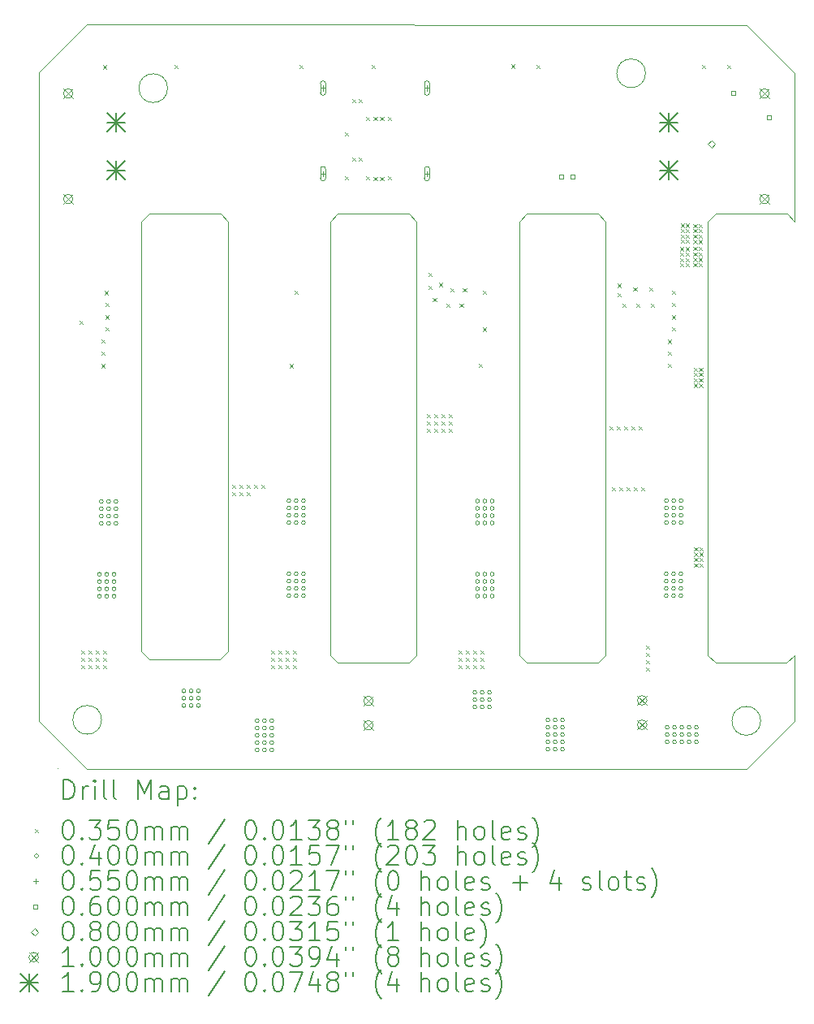
<source format=gbr>
%TF.GenerationSoftware,KiCad,Pcbnew,7.0.9*%
%TF.CreationDate,2024-04-10T09:45:45+08:00*%
%TF.ProjectId,6__ 2.5_NAS,36d84d20-322e-435f-984e-41532e6b6963,0.3*%
%TF.SameCoordinates,PXbbc77c0PY26f37c0*%
%TF.FileFunction,Drillmap*%
%TF.FilePolarity,Positive*%
%FSLAX45Y45*%
G04 Gerber Fmt 4.5, Leading zero omitted, Abs format (unit mm)*
G04 Created by KiCad (PCBNEW 7.0.9) date 2024-04-10 09:45:45*
%MOMM*%
%LPD*%
G01*
G04 APERTURE LIST*
%ADD10C,0.100000*%
%ADD11C,0.200000*%
%ADD12C,0.190000*%
G04 APERTURE END LIST*
D10*
X-1522930Y-391410D02*
X-779498Y-391410D01*
X2337070Y-471410D02*
X2417070Y-391410D01*
X-2672230Y-5676900D02*
X-2172230Y-6176900D01*
X-1602230Y-471410D02*
X-1522930Y-391410D01*
X3157070Y-5071410D02*
X2417070Y-5071410D01*
X3160501Y-391410D02*
X3237070Y-471410D01*
X-2019230Y-5666210D02*
G75*
G03*
X-2019230Y-5666210I-150000J0D01*
G01*
X5207000Y-4991410D02*
X5207000Y-5676900D01*
X-1602230Y-4954810D02*
X-1522230Y-5034810D01*
X367070Y-4991410D02*
X447070Y-5071410D01*
X1190502Y-391410D02*
X1267070Y-471410D01*
X-1330820Y919480D02*
G75*
G03*
X-1330820Y919480I-150000J0D01*
G01*
X-1602230Y-471410D02*
X-1602230Y-4954810D01*
X5206620Y1074800D02*
X4706620Y1574800D01*
X-2479230Y-6166810D02*
X-2479230Y-6166810D01*
X5130502Y-391410D02*
X5207070Y-471410D01*
X5127070Y-5071410D02*
X4387070Y-5071410D01*
X4387070Y-391410D02*
X5130502Y-391410D01*
X447070Y-391410D02*
X1190502Y-391410D01*
X1187070Y-5071410D02*
X447070Y-5071410D01*
X3237070Y-4991410D02*
X3157070Y-5071410D01*
X2337070Y-471410D02*
X2337070Y-4991410D01*
X2417070Y-391410D02*
X3160501Y-391410D01*
X2337070Y-4991410D02*
X2417070Y-5071410D01*
X-2172230Y1583190D02*
X4706620Y1574800D01*
X367070Y-471410D02*
X367075Y-4991410D01*
X5207070Y-471410D02*
X5206620Y1074800D01*
X-702930Y-4954810D02*
X-702930Y-471410D01*
X1267070Y-4991410D02*
X1267070Y-471410D01*
X1267070Y-4991410D02*
X1187070Y-5071410D01*
X-2672230Y-5676900D02*
X-2672230Y1083190D01*
X3655200Y1074420D02*
G75*
G03*
X3655200Y1074420I-150000J0D01*
G01*
X-782230Y-5034810D02*
X-1522230Y-5034810D01*
X-779498Y-391410D02*
X-702930Y-471410D01*
X4307070Y-4991410D02*
X4387070Y-5071410D01*
X5207000Y-5676900D02*
X4707000Y-6176900D01*
X-2172230Y-6176900D02*
X4707000Y-6176900D01*
X4307070Y-471410D02*
X4307070Y-4991410D01*
X4307070Y-471410D02*
X4387070Y-391410D01*
X-702230Y-4954810D02*
X-782230Y-5034810D01*
X5207070Y-4991410D02*
X5127070Y-5071410D01*
X367070Y-471410D02*
X447070Y-391410D01*
X-2172230Y1583190D02*
X-2672230Y1083190D01*
X4856620Y-5676900D02*
G75*
G03*
X4856620Y-5676900I-150000J0D01*
G01*
X3237070Y-4991410D02*
X3237070Y-471410D01*
D11*
D10*
X-2250160Y-1506500D02*
X-2215160Y-1541500D01*
X-2215160Y-1506500D02*
X-2250160Y-1541500D01*
X-2232380Y-4940580D02*
X-2197380Y-4975580D01*
X-2197380Y-4940580D02*
X-2232380Y-4975580D01*
X-2232380Y-5016780D02*
X-2197380Y-5051780D01*
X-2197380Y-5016780D02*
X-2232380Y-5051780D01*
X-2232380Y-5092980D02*
X-2197380Y-5127980D01*
X-2197380Y-5092980D02*
X-2232380Y-5127980D01*
X-2156180Y-4940580D02*
X-2121180Y-4975580D01*
X-2121180Y-4940580D02*
X-2156180Y-4975580D01*
X-2156180Y-5016780D02*
X-2121180Y-5051780D01*
X-2121180Y-5016780D02*
X-2156180Y-5051780D01*
X-2156180Y-5092980D02*
X-2121180Y-5127980D01*
X-2121180Y-5092980D02*
X-2156180Y-5127980D01*
X-2079980Y-4940580D02*
X-2044980Y-4975580D01*
X-2044980Y-4940580D02*
X-2079980Y-4975580D01*
X-2079980Y-5016780D02*
X-2044980Y-5051780D01*
X-2044980Y-5016780D02*
X-2079980Y-5051780D01*
X-2079980Y-5092980D02*
X-2044980Y-5127980D01*
X-2044980Y-5092980D02*
X-2079980Y-5127980D01*
X-2024100Y-1702080D02*
X-1989100Y-1737080D01*
X-1989100Y-1702080D02*
X-2024100Y-1737080D01*
X-2024100Y-1829080D02*
X-1989100Y-1864080D01*
X-1989100Y-1829080D02*
X-2024100Y-1864080D01*
X-2024100Y-1958620D02*
X-1989100Y-1993620D01*
X-1989100Y-1958620D02*
X-2024100Y-1993620D01*
X-2006320Y1157960D02*
X-1971320Y1122960D01*
X-1971320Y1157960D02*
X-2006320Y1122960D01*
X-2003780Y-4940580D02*
X-1968780Y-4975580D01*
X-1968780Y-4940580D02*
X-2003780Y-4975580D01*
X-2003780Y-5016780D02*
X-1968780Y-5051780D01*
X-1968780Y-5016780D02*
X-2003780Y-5051780D01*
X-2003780Y-5092980D02*
X-1968780Y-5127980D01*
X-1968780Y-5092980D02*
X-2003780Y-5127980D01*
X-1986000Y-1196620D02*
X-1951000Y-1231620D01*
X-1951000Y-1196620D02*
X-1986000Y-1231620D01*
X-1978380Y-1321080D02*
X-1943380Y-1356080D01*
X-1943380Y-1321080D02*
X-1978380Y-1356080D01*
X-1978380Y-1450620D02*
X-1943380Y-1485620D01*
X-1943380Y-1450620D02*
X-1978380Y-1485620D01*
X-1978380Y-1575080D02*
X-1943380Y-1610080D01*
X-1943380Y-1575080D02*
X-1978380Y-1610080D01*
X-1259560Y1160500D02*
X-1224560Y1125500D01*
X-1224560Y1160500D02*
X-1259560Y1125500D01*
X-657580Y-3213380D02*
X-622580Y-3248380D01*
X-622580Y-3213380D02*
X-657580Y-3248380D01*
X-657580Y-3289580D02*
X-622580Y-3324580D01*
X-622580Y-3289580D02*
X-657580Y-3324580D01*
X-581380Y-3213380D02*
X-546380Y-3248380D01*
X-546380Y-3213380D02*
X-581380Y-3248380D01*
X-581380Y-3289580D02*
X-546380Y-3324580D01*
X-546380Y-3289580D02*
X-581380Y-3324580D01*
X-505180Y-3213380D02*
X-470180Y-3248380D01*
X-470180Y-3213380D02*
X-505180Y-3248380D01*
X-505180Y-3289580D02*
X-470180Y-3324580D01*
X-470180Y-3289580D02*
X-505180Y-3324580D01*
X-428980Y-3213380D02*
X-393980Y-3248380D01*
X-393980Y-3213380D02*
X-428980Y-3248380D01*
X-352780Y-3213380D02*
X-317780Y-3248380D01*
X-317780Y-3213380D02*
X-352780Y-3248380D01*
X-251180Y-4940580D02*
X-216180Y-4975580D01*
X-216180Y-4940580D02*
X-251180Y-4975580D01*
X-251180Y-5016780D02*
X-216180Y-5051780D01*
X-216180Y-5016780D02*
X-251180Y-5051780D01*
X-251180Y-5092980D02*
X-216180Y-5127980D01*
X-216180Y-5092980D02*
X-251180Y-5127980D01*
X-174980Y-4940580D02*
X-139980Y-4975580D01*
X-139980Y-4940580D02*
X-174980Y-4975580D01*
X-174980Y-5016780D02*
X-139980Y-5051780D01*
X-139980Y-5016780D02*
X-174980Y-5051780D01*
X-174980Y-5092980D02*
X-139980Y-5127980D01*
X-139980Y-5092980D02*
X-174980Y-5127980D01*
X-98780Y-4940580D02*
X-63780Y-4975580D01*
X-63780Y-4940580D02*
X-98780Y-4975580D01*
X-98780Y-5016780D02*
X-63780Y-5051780D01*
X-63780Y-5016780D02*
X-98780Y-5051780D01*
X-98780Y-5092980D02*
X-63780Y-5127980D01*
X-63780Y-5092980D02*
X-98780Y-5127980D01*
X-55600Y-1958620D02*
X-20600Y-1993620D01*
X-20600Y-1958620D02*
X-55600Y-1993620D01*
X-22580Y-4940580D02*
X12420Y-4975580D01*
X12420Y-4940580D02*
X-22580Y-4975580D01*
X-22580Y-5016780D02*
X12420Y-5051780D01*
X12420Y-5016780D02*
X-22580Y-5051780D01*
X-22580Y-5092980D02*
X12420Y-5127980D01*
X12420Y-5092980D02*
X-22580Y-5127980D01*
X-9710Y-1194710D02*
X25290Y-1229710D01*
X25290Y-1194710D02*
X-9710Y-1229710D01*
X44240Y1160500D02*
X79240Y1125500D01*
X79240Y1160500D02*
X44240Y1125500D01*
X515900Y462000D02*
X550900Y427000D01*
X550900Y462000D02*
X515900Y427000D01*
X515900Y2260D02*
X550900Y-32740D01*
X550900Y2260D02*
X515900Y-32740D01*
X594270Y802947D02*
X629270Y767947D01*
X629270Y802947D02*
X594270Y767947D01*
X594270Y198414D02*
X629270Y163414D01*
X629270Y198414D02*
X594270Y163414D01*
X661970Y802947D02*
X696970Y767947D01*
X696970Y802947D02*
X661970Y767947D01*
X661970Y198414D02*
X696970Y163414D01*
X696970Y198414D02*
X661970Y163414D01*
X739420Y-280D02*
X774420Y-35280D01*
X774420Y-280D02*
X739420Y-35280D01*
X740620Y616940D02*
X775620Y581940D01*
X775620Y616940D02*
X740620Y581940D01*
X797840Y1160500D02*
X832840Y1125500D01*
X832840Y1160500D02*
X797840Y1125500D01*
X819270Y618165D02*
X854270Y583165D01*
X854270Y618165D02*
X819270Y583165D01*
X819270Y-4235D02*
X854270Y-39235D01*
X854270Y-4235D02*
X819270Y-39235D01*
X886970Y618165D02*
X921970Y583165D01*
X921970Y618165D02*
X886970Y583165D01*
X886970Y-4235D02*
X921970Y-39235D01*
X921970Y-4235D02*
X886970Y-39235D01*
X965620Y616940D02*
X1000620Y581940D01*
X1000620Y616940D02*
X965620Y581940D01*
X965620Y-280D02*
X1000620Y-35280D01*
X1000620Y-280D02*
X965620Y-35280D01*
X1374420Y-2476780D02*
X1409420Y-2511780D01*
X1409420Y-2476780D02*
X1374420Y-2511780D01*
X1374420Y-2552980D02*
X1409420Y-2587980D01*
X1409420Y-2552980D02*
X1374420Y-2587980D01*
X1374420Y-2629180D02*
X1409420Y-2664180D01*
X1409420Y-2629180D02*
X1374420Y-2664180D01*
X1391994Y-1143280D02*
X1426994Y-1178280D01*
X1426994Y-1143280D02*
X1391994Y-1178280D01*
X1392551Y-1004910D02*
X1427551Y-1039910D01*
X1427551Y-1004910D02*
X1392551Y-1039910D01*
X1437140Y-1265980D02*
X1472140Y-1300980D01*
X1472140Y-1265980D02*
X1437140Y-1300980D01*
X1450620Y-2476780D02*
X1485620Y-2511780D01*
X1485620Y-2476780D02*
X1450620Y-2511780D01*
X1450620Y-2552980D02*
X1485620Y-2587980D01*
X1485620Y-2552980D02*
X1450620Y-2587980D01*
X1450620Y-2629180D02*
X1485620Y-2664180D01*
X1485620Y-2629180D02*
X1450620Y-2664180D01*
X1499660Y-1112020D02*
X1534660Y-1147020D01*
X1534660Y-1112020D02*
X1499660Y-1147020D01*
X1526820Y-2476780D02*
X1561820Y-2511780D01*
X1561820Y-2476780D02*
X1526820Y-2511780D01*
X1526820Y-2552980D02*
X1561820Y-2587980D01*
X1561820Y-2552980D02*
X1526820Y-2587980D01*
X1526820Y-2629180D02*
X1561820Y-2664180D01*
X1561820Y-2629180D02*
X1526820Y-2664180D01*
X1577620Y-1325248D02*
X1612620Y-1360248D01*
X1612620Y-1325248D02*
X1577620Y-1360248D01*
X1603020Y-2476780D02*
X1638020Y-2511780D01*
X1638020Y-2476780D02*
X1603020Y-2511780D01*
X1603020Y-2552980D02*
X1638020Y-2587980D01*
X1638020Y-2552980D02*
X1603020Y-2587980D01*
X1603020Y-2629180D02*
X1638020Y-2664180D01*
X1638020Y-2629180D02*
X1603020Y-2664180D01*
X1620800Y-1167682D02*
X1655800Y-1202682D01*
X1655800Y-1167682D02*
X1620800Y-1202682D01*
X1704620Y-4940580D02*
X1739620Y-4975580D01*
X1739620Y-4940580D02*
X1704620Y-4975580D01*
X1704620Y-5016780D02*
X1739620Y-5051780D01*
X1739620Y-5016780D02*
X1704620Y-5051780D01*
X1704620Y-5092980D02*
X1739620Y-5127980D01*
X1739620Y-5092980D02*
X1704620Y-5127980D01*
X1717320Y-1325248D02*
X1752320Y-1360248D01*
X1752320Y-1325248D02*
X1717320Y-1360248D01*
X1750340Y-1167682D02*
X1785340Y-1202682D01*
X1785340Y-1167682D02*
X1750340Y-1202682D01*
X1780820Y-4940580D02*
X1815820Y-4975580D01*
X1815820Y-4940580D02*
X1780820Y-4975580D01*
X1780820Y-5016780D02*
X1815820Y-5051780D01*
X1815820Y-5016780D02*
X1780820Y-5051780D01*
X1780820Y-5092980D02*
X1815820Y-5127980D01*
X1815820Y-5092980D02*
X1780820Y-5127980D01*
X1857020Y-4940580D02*
X1892020Y-4975580D01*
X1892020Y-4940580D02*
X1857020Y-4975580D01*
X1857020Y-5016780D02*
X1892020Y-5051780D01*
X1892020Y-5016780D02*
X1857020Y-5051780D01*
X1857020Y-5092980D02*
X1892020Y-5127980D01*
X1892020Y-5092980D02*
X1857020Y-5127980D01*
X1915440Y-1956080D02*
X1950440Y-1991080D01*
X1950440Y-1956080D02*
X1915440Y-1991080D01*
X1933220Y-4940580D02*
X1968220Y-4975580D01*
X1968220Y-4940580D02*
X1933220Y-4975580D01*
X1933220Y-5016780D02*
X1968220Y-5051780D01*
X1968220Y-5016780D02*
X1933220Y-5051780D01*
X1933220Y-5092980D02*
X1968220Y-5127980D01*
X1968220Y-5092980D02*
X1933220Y-5127980D01*
X1961160Y-1194080D02*
X1996160Y-1229080D01*
X1996160Y-1194080D02*
X1961160Y-1229080D01*
X1961160Y-1577620D02*
X1996160Y-1612620D01*
X1996160Y-1577620D02*
X1961160Y-1612620D01*
X2255800Y1165580D02*
X2290800Y1130580D01*
X2290800Y1165580D02*
X2255800Y1130580D01*
X2517420Y1163040D02*
X2552420Y1128040D01*
X2552420Y1163040D02*
X2517420Y1128040D01*
X3279420Y-2603780D02*
X3314420Y-2638780D01*
X3314420Y-2603780D02*
X3279420Y-2638780D01*
X3304820Y-3238780D02*
X3339820Y-3273780D01*
X3339820Y-3238780D02*
X3304820Y-3273780D01*
X3355620Y-2603780D02*
X3390620Y-2638780D01*
X3390620Y-2603780D02*
X3355620Y-2638780D01*
X3364782Y-1120420D02*
X3399782Y-1155420D01*
X3399782Y-1120420D02*
X3364782Y-1155420D01*
X3364782Y-1219480D02*
X3399782Y-1254480D01*
X3399782Y-1219480D02*
X3364782Y-1254480D01*
X3381020Y-3238780D02*
X3416020Y-3273780D01*
X3416020Y-3238780D02*
X3381020Y-3273780D01*
X3415993Y-1325888D02*
X3450993Y-1360888D01*
X3450993Y-1325888D02*
X3415993Y-1360888D01*
X3431820Y-2603780D02*
X3466820Y-2638780D01*
X3466820Y-2603780D02*
X3431820Y-2638780D01*
X3457220Y-3238780D02*
X3492220Y-3273780D01*
X3492220Y-3238780D02*
X3457220Y-3273780D01*
X3508020Y-2603780D02*
X3543020Y-2638780D01*
X3543020Y-2603780D02*
X3508020Y-2638780D01*
X3508020Y-2603780D02*
X3543020Y-2638780D01*
X3543020Y-2603780D02*
X3508020Y-2638780D01*
X3528340Y-1160062D02*
X3563340Y-1195062D01*
X3563340Y-1160062D02*
X3528340Y-1195062D01*
X3533420Y-3238780D02*
X3568420Y-3273780D01*
X3568420Y-3238780D02*
X3533420Y-3273780D01*
X3561360Y-1325888D02*
X3596360Y-1360888D01*
X3596360Y-1325888D02*
X3561360Y-1360888D01*
X3584220Y-2603780D02*
X3619220Y-2638780D01*
X3619220Y-2603780D02*
X3584220Y-2638780D01*
X3609620Y-3238780D02*
X3644620Y-3273780D01*
X3644620Y-3238780D02*
X3609620Y-3273780D01*
X3660420Y-4889780D02*
X3695420Y-4924780D01*
X3695420Y-4889780D02*
X3660420Y-4924780D01*
X3660420Y-4965980D02*
X3695420Y-5000980D01*
X3695420Y-4965980D02*
X3660420Y-5000980D01*
X3660420Y-5042180D02*
X3695420Y-5077180D01*
X3695420Y-5042180D02*
X3660420Y-5077180D01*
X3660420Y-5118380D02*
X3695420Y-5153380D01*
X3695420Y-5118380D02*
X3660420Y-5153380D01*
X3695980Y-1160062D02*
X3730980Y-1195062D01*
X3730980Y-1160062D02*
X3695980Y-1195062D01*
X3713760Y-1325888D02*
X3748760Y-1360888D01*
X3748760Y-1325888D02*
X3713760Y-1360888D01*
X3886480Y-1704620D02*
X3921480Y-1739620D01*
X3921480Y-1704620D02*
X3886480Y-1739620D01*
X3886480Y-1829080D02*
X3921480Y-1864080D01*
X3921480Y-1829080D02*
X3886480Y-1864080D01*
X3886480Y-1956080D02*
X3921480Y-1991080D01*
X3921480Y-1956080D02*
X3886480Y-1991080D01*
X3929660Y-1575080D02*
X3964660Y-1610080D01*
X3964660Y-1575080D02*
X3929660Y-1610080D01*
X3932200Y-1194080D02*
X3967200Y-1229080D01*
X3967200Y-1194080D02*
X3932200Y-1229080D01*
X3932200Y-1321080D02*
X3967200Y-1356080D01*
X3967200Y-1321080D02*
X3932200Y-1356080D01*
X3932200Y-1450620D02*
X3967200Y-1485620D01*
X3967200Y-1450620D02*
X3932200Y-1485620D01*
X4016020Y-739420D02*
X4051020Y-774420D01*
X4051020Y-739420D02*
X4016020Y-774420D01*
X4016020Y-795300D02*
X4051020Y-830300D01*
X4051020Y-795300D02*
X4016020Y-830300D01*
X4016020Y-851180D02*
X4051020Y-886180D01*
X4051020Y-851180D02*
X4016020Y-886180D01*
X4016020Y-907060D02*
X4051020Y-942060D01*
X4051020Y-907060D02*
X4016020Y-942060D01*
X4021100Y-493040D02*
X4056100Y-528040D01*
X4056100Y-493040D02*
X4021100Y-528040D01*
X4021100Y-548920D02*
X4056100Y-583920D01*
X4056100Y-548920D02*
X4021100Y-583920D01*
X4021100Y-604800D02*
X4056100Y-639800D01*
X4056100Y-604800D02*
X4021100Y-639800D01*
X4021100Y-660680D02*
X4056100Y-695680D01*
X4056100Y-660680D02*
X4021100Y-695680D01*
X4071900Y-739420D02*
X4106900Y-774420D01*
X4106900Y-739420D02*
X4071900Y-774420D01*
X4071900Y-795300D02*
X4106900Y-830300D01*
X4106900Y-795300D02*
X4071900Y-830300D01*
X4071900Y-851180D02*
X4106900Y-886180D01*
X4106900Y-851180D02*
X4071900Y-886180D01*
X4071900Y-851180D02*
X4106900Y-886180D01*
X4106900Y-851180D02*
X4071900Y-886180D01*
X4071900Y-907060D02*
X4106900Y-942060D01*
X4106900Y-907060D02*
X4071900Y-942060D01*
X4076980Y-493040D02*
X4111980Y-528040D01*
X4111980Y-493040D02*
X4076980Y-528040D01*
X4076980Y-548920D02*
X4111980Y-583920D01*
X4111980Y-548920D02*
X4076980Y-583920D01*
X4076980Y-604800D02*
X4111980Y-639800D01*
X4111980Y-604800D02*
X4076980Y-639800D01*
X4076980Y-604800D02*
X4111980Y-639800D01*
X4111980Y-604800D02*
X4076980Y-639800D01*
X4076980Y-660680D02*
X4111980Y-695680D01*
X4111980Y-660680D02*
X4076980Y-695680D01*
X4155720Y-495580D02*
X4190720Y-530580D01*
X4190720Y-495580D02*
X4155720Y-530580D01*
X4155720Y-551460D02*
X4190720Y-586460D01*
X4190720Y-551460D02*
X4155720Y-586460D01*
X4155720Y-607340D02*
X4190720Y-642340D01*
X4190720Y-607340D02*
X4155720Y-642340D01*
X4155720Y-663220D02*
X4190720Y-698220D01*
X4190720Y-663220D02*
X4155720Y-698220D01*
X4155720Y-736880D02*
X4190720Y-771880D01*
X4190720Y-736880D02*
X4155720Y-771880D01*
X4155720Y-792760D02*
X4190720Y-827760D01*
X4190720Y-792760D02*
X4155720Y-827760D01*
X4155720Y-848640D02*
X4190720Y-883640D01*
X4190720Y-848640D02*
X4155720Y-883640D01*
X4155720Y-904520D02*
X4190720Y-939520D01*
X4190720Y-904520D02*
X4155720Y-939520D01*
X4158260Y-1994180D02*
X4193260Y-2029180D01*
X4193260Y-1994180D02*
X4158260Y-2029180D01*
X4158260Y-2050060D02*
X4193260Y-2085060D01*
X4193260Y-2050060D02*
X4158260Y-2085060D01*
X4158260Y-2105940D02*
X4193260Y-2140940D01*
X4193260Y-2105940D02*
X4158260Y-2140940D01*
X4158260Y-2161820D02*
X4193260Y-2196820D01*
X4193260Y-2161820D02*
X4158260Y-2196820D01*
X4163340Y-3866160D02*
X4198340Y-3901160D01*
X4198340Y-3866160D02*
X4163340Y-3901160D01*
X4163340Y-3922040D02*
X4198340Y-3957040D01*
X4198340Y-3922040D02*
X4163340Y-3957040D01*
X4163340Y-3977920D02*
X4198340Y-4012920D01*
X4198340Y-3977920D02*
X4163340Y-4012920D01*
X4163340Y-4033800D02*
X4198340Y-4068800D01*
X4198340Y-4033800D02*
X4163340Y-4068800D01*
X4211600Y-495580D02*
X4246600Y-530580D01*
X4246600Y-495580D02*
X4211600Y-530580D01*
X4211600Y-551460D02*
X4246600Y-586460D01*
X4246600Y-551460D02*
X4211600Y-586460D01*
X4211600Y-607340D02*
X4246600Y-642340D01*
X4246600Y-607340D02*
X4211600Y-642340D01*
X4211600Y-607340D02*
X4246600Y-642340D01*
X4246600Y-607340D02*
X4211600Y-642340D01*
X4211600Y-663220D02*
X4246600Y-698220D01*
X4246600Y-663220D02*
X4211600Y-698220D01*
X4211600Y-736880D02*
X4246600Y-771880D01*
X4246600Y-736880D02*
X4211600Y-771880D01*
X4211600Y-792760D02*
X4246600Y-827760D01*
X4246600Y-792760D02*
X4211600Y-827760D01*
X4211600Y-848640D02*
X4246600Y-883640D01*
X4246600Y-848640D02*
X4211600Y-883640D01*
X4211600Y-848640D02*
X4246600Y-883640D01*
X4246600Y-848640D02*
X4211600Y-883640D01*
X4211600Y-904520D02*
X4246600Y-939520D01*
X4246600Y-904520D02*
X4211600Y-939520D01*
X4214140Y-1994180D02*
X4249140Y-2029180D01*
X4249140Y-1994180D02*
X4214140Y-2029180D01*
X4214140Y-2050060D02*
X4249140Y-2085060D01*
X4249140Y-2050060D02*
X4214140Y-2085060D01*
X4214140Y-2105940D02*
X4249140Y-2140940D01*
X4249140Y-2105940D02*
X4214140Y-2140940D01*
X4214140Y-2105940D02*
X4249140Y-2140940D01*
X4249140Y-2105940D02*
X4214140Y-2140940D01*
X4214140Y-2161820D02*
X4249140Y-2196820D01*
X4249140Y-2161820D02*
X4214140Y-2196820D01*
X4219220Y-3866160D02*
X4254220Y-3901160D01*
X4254220Y-3866160D02*
X4219220Y-3901160D01*
X4219220Y-3922040D02*
X4254220Y-3957040D01*
X4254220Y-3922040D02*
X4219220Y-3957040D01*
X4219220Y-3977920D02*
X4254220Y-4012920D01*
X4254220Y-3977920D02*
X4219220Y-4012920D01*
X4219220Y-3977920D02*
X4254220Y-4012920D01*
X4254220Y-3977920D02*
X4219220Y-4012920D01*
X4219220Y-4033800D02*
X4254220Y-4068800D01*
X4254220Y-4033800D02*
X4219220Y-4068800D01*
X4242080Y1163040D02*
X4277080Y1128040D01*
X4277080Y1163040D02*
X4242080Y1128040D01*
X4506240Y1163040D02*
X4541240Y1128040D01*
X4541240Y1163040D02*
X4506240Y1128040D01*
X-2022160Y-4147820D02*
G75*
G03*
X-2022160Y-4147820I-20000J0D01*
G01*
X-2022160Y-4147820D02*
G75*
G03*
X-2022160Y-4147820I-20000J0D01*
G01*
X-2022160Y-4224020D02*
G75*
G03*
X-2022160Y-4224020I-20000J0D01*
G01*
X-2022160Y-4224020D02*
G75*
G03*
X-2022160Y-4224020I-20000J0D01*
G01*
X-2022160Y-4300220D02*
G75*
G03*
X-2022160Y-4300220I-20000J0D01*
G01*
X-2022160Y-4300220D02*
G75*
G03*
X-2022160Y-4300220I-20000J0D01*
G01*
X-2022160Y-4376420D02*
G75*
G03*
X-2022160Y-4376420I-20000J0D01*
G01*
X-2022160Y-4376420D02*
G75*
G03*
X-2022160Y-4376420I-20000J0D01*
G01*
X-2001840Y-3388360D02*
G75*
G03*
X-2001840Y-3388360I-20000J0D01*
G01*
X-2001840Y-3388360D02*
G75*
G03*
X-2001840Y-3388360I-20000J0D01*
G01*
X-2001840Y-3464560D02*
G75*
G03*
X-2001840Y-3464560I-20000J0D01*
G01*
X-2001840Y-3464560D02*
G75*
G03*
X-2001840Y-3464560I-20000J0D01*
G01*
X-2001840Y-3540760D02*
G75*
G03*
X-2001840Y-3540760I-20000J0D01*
G01*
X-2001840Y-3540760D02*
G75*
G03*
X-2001840Y-3540760I-20000J0D01*
G01*
X-2001840Y-3616960D02*
G75*
G03*
X-2001840Y-3616960I-20000J0D01*
G01*
X-2001840Y-3616960D02*
G75*
G03*
X-2001840Y-3616960I-20000J0D01*
G01*
X-1945960Y-4147820D02*
G75*
G03*
X-1945960Y-4147820I-20000J0D01*
G01*
X-1945960Y-4224020D02*
G75*
G03*
X-1945960Y-4224020I-20000J0D01*
G01*
X-1945960Y-4300220D02*
G75*
G03*
X-1945960Y-4300220I-20000J0D01*
G01*
X-1945960Y-4376420D02*
G75*
G03*
X-1945960Y-4376420I-20000J0D01*
G01*
X-1925640Y-3388360D02*
G75*
G03*
X-1925640Y-3388360I-20000J0D01*
G01*
X-1925640Y-3464560D02*
G75*
G03*
X-1925640Y-3464560I-20000J0D01*
G01*
X-1925640Y-3540760D02*
G75*
G03*
X-1925640Y-3540760I-20000J0D01*
G01*
X-1925640Y-3616960D02*
G75*
G03*
X-1925640Y-3616960I-20000J0D01*
G01*
X-1869760Y-4147820D02*
G75*
G03*
X-1869760Y-4147820I-20000J0D01*
G01*
X-1869760Y-4224020D02*
G75*
G03*
X-1869760Y-4224020I-20000J0D01*
G01*
X-1869760Y-4300220D02*
G75*
G03*
X-1869760Y-4300220I-20000J0D01*
G01*
X-1869760Y-4376420D02*
G75*
G03*
X-1869760Y-4376420I-20000J0D01*
G01*
X-1849440Y-3388360D02*
G75*
G03*
X-1849440Y-3388360I-20000J0D01*
G01*
X-1849440Y-3464560D02*
G75*
G03*
X-1849440Y-3464560I-20000J0D01*
G01*
X-1849440Y-3540760D02*
G75*
G03*
X-1849440Y-3540760I-20000J0D01*
G01*
X-1849440Y-3616960D02*
G75*
G03*
X-1849440Y-3616960I-20000J0D01*
G01*
X-1140780Y-5364480D02*
G75*
G03*
X-1140780Y-5364480I-20000J0D01*
G01*
X-1140780Y-5440680D02*
G75*
G03*
X-1140780Y-5440680I-20000J0D01*
G01*
X-1140780Y-5516880D02*
G75*
G03*
X-1140780Y-5516880I-20000J0D01*
G01*
X-1064580Y-5364480D02*
G75*
G03*
X-1064580Y-5364480I-20000J0D01*
G01*
X-1064580Y-5440680D02*
G75*
G03*
X-1064580Y-5440680I-20000J0D01*
G01*
X-1064580Y-5516880D02*
G75*
G03*
X-1064580Y-5516880I-20000J0D01*
G01*
X-988380Y-5364480D02*
G75*
G03*
X-988380Y-5364480I-20000J0D01*
G01*
X-988380Y-5440680D02*
G75*
G03*
X-988380Y-5440680I-20000J0D01*
G01*
X-988380Y-5516880D02*
G75*
G03*
X-988380Y-5516880I-20000J0D01*
G01*
X-376240Y-5674360D02*
G75*
G03*
X-376240Y-5674360I-20000J0D01*
G01*
X-376240Y-5750560D02*
G75*
G03*
X-376240Y-5750560I-20000J0D01*
G01*
X-376240Y-5826760D02*
G75*
G03*
X-376240Y-5826760I-20000J0D01*
G01*
X-376240Y-5902960D02*
G75*
G03*
X-376240Y-5902960I-20000J0D01*
G01*
X-376240Y-5979160D02*
G75*
G03*
X-376240Y-5979160I-20000J0D01*
G01*
X-300040Y-5674360D02*
G75*
G03*
X-300040Y-5674360I-20000J0D01*
G01*
X-300040Y-5750560D02*
G75*
G03*
X-300040Y-5750560I-20000J0D01*
G01*
X-300040Y-5826760D02*
G75*
G03*
X-300040Y-5826760I-20000J0D01*
G01*
X-300040Y-5902960D02*
G75*
G03*
X-300040Y-5902960I-20000J0D01*
G01*
X-300040Y-5979160D02*
G75*
G03*
X-300040Y-5979160I-20000J0D01*
G01*
X-223840Y-5674360D02*
G75*
G03*
X-223840Y-5674360I-20000J0D01*
G01*
X-223840Y-5750560D02*
G75*
G03*
X-223840Y-5750560I-20000J0D01*
G01*
X-223840Y-5750560D02*
G75*
G03*
X-223840Y-5750560I-20000J0D01*
G01*
X-223840Y-5826760D02*
G75*
G03*
X-223840Y-5826760I-20000J0D01*
G01*
X-223840Y-5826760D02*
G75*
G03*
X-223840Y-5826760I-20000J0D01*
G01*
X-223840Y-5902960D02*
G75*
G03*
X-223840Y-5902960I-20000J0D01*
G01*
X-223840Y-5902960D02*
G75*
G03*
X-223840Y-5902960I-20000J0D01*
G01*
X-223840Y-5979160D02*
G75*
G03*
X-223840Y-5979160I-20000J0D01*
G01*
X-223840Y-5979160D02*
G75*
G03*
X-223840Y-5979160I-20000J0D01*
G01*
X-46040Y-3383280D02*
G75*
G03*
X-46040Y-3383280I-20000J0D01*
G01*
X-46040Y-3383280D02*
G75*
G03*
X-46040Y-3383280I-20000J0D01*
G01*
X-46040Y-3459480D02*
G75*
G03*
X-46040Y-3459480I-20000J0D01*
G01*
X-46040Y-3459480D02*
G75*
G03*
X-46040Y-3459480I-20000J0D01*
G01*
X-46040Y-3535680D02*
G75*
G03*
X-46040Y-3535680I-20000J0D01*
G01*
X-46040Y-3535680D02*
G75*
G03*
X-46040Y-3535680I-20000J0D01*
G01*
X-46040Y-3611880D02*
G75*
G03*
X-46040Y-3611880I-20000J0D01*
G01*
X-46040Y-3611880D02*
G75*
G03*
X-46040Y-3611880I-20000J0D01*
G01*
X-46040Y-4145280D02*
G75*
G03*
X-46040Y-4145280I-20000J0D01*
G01*
X-46040Y-4145280D02*
G75*
G03*
X-46040Y-4145280I-20000J0D01*
G01*
X-46040Y-4221480D02*
G75*
G03*
X-46040Y-4221480I-20000J0D01*
G01*
X-46040Y-4221480D02*
G75*
G03*
X-46040Y-4221480I-20000J0D01*
G01*
X-46040Y-4297680D02*
G75*
G03*
X-46040Y-4297680I-20000J0D01*
G01*
X-46040Y-4297680D02*
G75*
G03*
X-46040Y-4297680I-20000J0D01*
G01*
X-46040Y-4373880D02*
G75*
G03*
X-46040Y-4373880I-20000J0D01*
G01*
X-46040Y-4373880D02*
G75*
G03*
X-46040Y-4373880I-20000J0D01*
G01*
X30160Y-3383280D02*
G75*
G03*
X30160Y-3383280I-20000J0D01*
G01*
X30160Y-3459480D02*
G75*
G03*
X30160Y-3459480I-20000J0D01*
G01*
X30160Y-3535680D02*
G75*
G03*
X30160Y-3535680I-20000J0D01*
G01*
X30160Y-3611880D02*
G75*
G03*
X30160Y-3611880I-20000J0D01*
G01*
X30160Y-4145280D02*
G75*
G03*
X30160Y-4145280I-20000J0D01*
G01*
X30160Y-4221480D02*
G75*
G03*
X30160Y-4221480I-20000J0D01*
G01*
X30160Y-4297680D02*
G75*
G03*
X30160Y-4297680I-20000J0D01*
G01*
X30160Y-4373880D02*
G75*
G03*
X30160Y-4373880I-20000J0D01*
G01*
X106360Y-3383280D02*
G75*
G03*
X106360Y-3383280I-20000J0D01*
G01*
X106360Y-3459480D02*
G75*
G03*
X106360Y-3459480I-20000J0D01*
G01*
X106360Y-3535680D02*
G75*
G03*
X106360Y-3535680I-20000J0D01*
G01*
X106360Y-3611880D02*
G75*
G03*
X106360Y-3611880I-20000J0D01*
G01*
X106360Y-4145280D02*
G75*
G03*
X106360Y-4145280I-20000J0D01*
G01*
X106360Y-4221480D02*
G75*
G03*
X106360Y-4221480I-20000J0D01*
G01*
X106360Y-4297680D02*
G75*
G03*
X106360Y-4297680I-20000J0D01*
G01*
X106360Y-4373880D02*
G75*
G03*
X106360Y-4373880I-20000J0D01*
G01*
X1894520Y-5379720D02*
G75*
G03*
X1894520Y-5379720I-20000J0D01*
G01*
X1894520Y-5455920D02*
G75*
G03*
X1894520Y-5455920I-20000J0D01*
G01*
X1894520Y-5532120D02*
G75*
G03*
X1894520Y-5532120I-20000J0D01*
G01*
X1922460Y-3385820D02*
G75*
G03*
X1922460Y-3385820I-20000J0D01*
G01*
X1922460Y-3385820D02*
G75*
G03*
X1922460Y-3385820I-20000J0D01*
G01*
X1922460Y-3462020D02*
G75*
G03*
X1922460Y-3462020I-20000J0D01*
G01*
X1922460Y-3462020D02*
G75*
G03*
X1922460Y-3462020I-20000J0D01*
G01*
X1922460Y-3538220D02*
G75*
G03*
X1922460Y-3538220I-20000J0D01*
G01*
X1922460Y-3538220D02*
G75*
G03*
X1922460Y-3538220I-20000J0D01*
G01*
X1922460Y-3614420D02*
G75*
G03*
X1922460Y-3614420I-20000J0D01*
G01*
X1922460Y-3614420D02*
G75*
G03*
X1922460Y-3614420I-20000J0D01*
G01*
X1922460Y-4147820D02*
G75*
G03*
X1922460Y-4147820I-20000J0D01*
G01*
X1922460Y-4147820D02*
G75*
G03*
X1922460Y-4147820I-20000J0D01*
G01*
X1922460Y-4224020D02*
G75*
G03*
X1922460Y-4224020I-20000J0D01*
G01*
X1922460Y-4224020D02*
G75*
G03*
X1922460Y-4224020I-20000J0D01*
G01*
X1922460Y-4300220D02*
G75*
G03*
X1922460Y-4300220I-20000J0D01*
G01*
X1922460Y-4300220D02*
G75*
G03*
X1922460Y-4300220I-20000J0D01*
G01*
X1922460Y-4376420D02*
G75*
G03*
X1922460Y-4376420I-20000J0D01*
G01*
X1922460Y-4376420D02*
G75*
G03*
X1922460Y-4376420I-20000J0D01*
G01*
X1970720Y-5379720D02*
G75*
G03*
X1970720Y-5379720I-20000J0D01*
G01*
X1970720Y-5455920D02*
G75*
G03*
X1970720Y-5455920I-20000J0D01*
G01*
X1970720Y-5532120D02*
G75*
G03*
X1970720Y-5532120I-20000J0D01*
G01*
X1998660Y-3385820D02*
G75*
G03*
X1998660Y-3385820I-20000J0D01*
G01*
X1998660Y-3462020D02*
G75*
G03*
X1998660Y-3462020I-20000J0D01*
G01*
X1998660Y-3538220D02*
G75*
G03*
X1998660Y-3538220I-20000J0D01*
G01*
X1998660Y-3614420D02*
G75*
G03*
X1998660Y-3614420I-20000J0D01*
G01*
X1998660Y-4147820D02*
G75*
G03*
X1998660Y-4147820I-20000J0D01*
G01*
X1998660Y-4224020D02*
G75*
G03*
X1998660Y-4224020I-20000J0D01*
G01*
X1998660Y-4300220D02*
G75*
G03*
X1998660Y-4300220I-20000J0D01*
G01*
X1998660Y-4376420D02*
G75*
G03*
X1998660Y-4376420I-20000J0D01*
G01*
X2046920Y-5379720D02*
G75*
G03*
X2046920Y-5379720I-20000J0D01*
G01*
X2046920Y-5455920D02*
G75*
G03*
X2046920Y-5455920I-20000J0D01*
G01*
X2046920Y-5532120D02*
G75*
G03*
X2046920Y-5532120I-20000J0D01*
G01*
X2074860Y-3385820D02*
G75*
G03*
X2074860Y-3385820I-20000J0D01*
G01*
X2074860Y-3462020D02*
G75*
G03*
X2074860Y-3462020I-20000J0D01*
G01*
X2074860Y-3538220D02*
G75*
G03*
X2074860Y-3538220I-20000J0D01*
G01*
X2074860Y-3614420D02*
G75*
G03*
X2074860Y-3614420I-20000J0D01*
G01*
X2074860Y-4147820D02*
G75*
G03*
X2074860Y-4147820I-20000J0D01*
G01*
X2074860Y-4224020D02*
G75*
G03*
X2074860Y-4224020I-20000J0D01*
G01*
X2074860Y-4300220D02*
G75*
G03*
X2074860Y-4300220I-20000J0D01*
G01*
X2074860Y-4376420D02*
G75*
G03*
X2074860Y-4376420I-20000J0D01*
G01*
X2656520Y-5669280D02*
G75*
G03*
X2656520Y-5669280I-20000J0D01*
G01*
X2656520Y-5745480D02*
G75*
G03*
X2656520Y-5745480I-20000J0D01*
G01*
X2656520Y-5821680D02*
G75*
G03*
X2656520Y-5821680I-20000J0D01*
G01*
X2656520Y-5897880D02*
G75*
G03*
X2656520Y-5897880I-20000J0D01*
G01*
X2656520Y-5974080D02*
G75*
G03*
X2656520Y-5974080I-20000J0D01*
G01*
X2732720Y-5669280D02*
G75*
G03*
X2732720Y-5669280I-20000J0D01*
G01*
X2732720Y-5745480D02*
G75*
G03*
X2732720Y-5745480I-20000J0D01*
G01*
X2732720Y-5821680D02*
G75*
G03*
X2732720Y-5821680I-20000J0D01*
G01*
X2732720Y-5897880D02*
G75*
G03*
X2732720Y-5897880I-20000J0D01*
G01*
X2732720Y-5974080D02*
G75*
G03*
X2732720Y-5974080I-20000J0D01*
G01*
X2808920Y-5669280D02*
G75*
G03*
X2808920Y-5669280I-20000J0D01*
G01*
X2808920Y-5745480D02*
G75*
G03*
X2808920Y-5745480I-20000J0D01*
G01*
X2808920Y-5745480D02*
G75*
G03*
X2808920Y-5745480I-20000J0D01*
G01*
X2808920Y-5821680D02*
G75*
G03*
X2808920Y-5821680I-20000J0D01*
G01*
X2808920Y-5821680D02*
G75*
G03*
X2808920Y-5821680I-20000J0D01*
G01*
X2808920Y-5897880D02*
G75*
G03*
X2808920Y-5897880I-20000J0D01*
G01*
X2808920Y-5897880D02*
G75*
G03*
X2808920Y-5897880I-20000J0D01*
G01*
X2808920Y-5974080D02*
G75*
G03*
X2808920Y-5974080I-20000J0D01*
G01*
X2808920Y-5974080D02*
G75*
G03*
X2808920Y-5974080I-20000J0D01*
G01*
X3890960Y-4145280D02*
G75*
G03*
X3890960Y-4145280I-20000J0D01*
G01*
X3890960Y-4145280D02*
G75*
G03*
X3890960Y-4145280I-20000J0D01*
G01*
X3890960Y-4221480D02*
G75*
G03*
X3890960Y-4221480I-20000J0D01*
G01*
X3890960Y-4221480D02*
G75*
G03*
X3890960Y-4221480I-20000J0D01*
G01*
X3890960Y-4297680D02*
G75*
G03*
X3890960Y-4297680I-20000J0D01*
G01*
X3890960Y-4297680D02*
G75*
G03*
X3890960Y-4297680I-20000J0D01*
G01*
X3890960Y-4373880D02*
G75*
G03*
X3890960Y-4373880I-20000J0D01*
G01*
X3890960Y-4373880D02*
G75*
G03*
X3890960Y-4373880I-20000J0D01*
G01*
X3893500Y-3380740D02*
G75*
G03*
X3893500Y-3380740I-20000J0D01*
G01*
X3893500Y-3380740D02*
G75*
G03*
X3893500Y-3380740I-20000J0D01*
G01*
X3893500Y-3456940D02*
G75*
G03*
X3893500Y-3456940I-20000J0D01*
G01*
X3893500Y-3456940D02*
G75*
G03*
X3893500Y-3456940I-20000J0D01*
G01*
X3893500Y-3533140D02*
G75*
G03*
X3893500Y-3533140I-20000J0D01*
G01*
X3893500Y-3533140D02*
G75*
G03*
X3893500Y-3533140I-20000J0D01*
G01*
X3893500Y-3609340D02*
G75*
G03*
X3893500Y-3609340I-20000J0D01*
G01*
X3893500Y-3609340D02*
G75*
G03*
X3893500Y-3609340I-20000J0D01*
G01*
X3901120Y-5745480D02*
G75*
G03*
X3901120Y-5745480I-20000J0D01*
G01*
X3901120Y-5821680D02*
G75*
G03*
X3901120Y-5821680I-20000J0D01*
G01*
X3901120Y-5897880D02*
G75*
G03*
X3901120Y-5897880I-20000J0D01*
G01*
X3967160Y-4145280D02*
G75*
G03*
X3967160Y-4145280I-20000J0D01*
G01*
X3967160Y-4221480D02*
G75*
G03*
X3967160Y-4221480I-20000J0D01*
G01*
X3967160Y-4297680D02*
G75*
G03*
X3967160Y-4297680I-20000J0D01*
G01*
X3967160Y-4373880D02*
G75*
G03*
X3967160Y-4373880I-20000J0D01*
G01*
X3969700Y-3380740D02*
G75*
G03*
X3969700Y-3380740I-20000J0D01*
G01*
X3969700Y-3456940D02*
G75*
G03*
X3969700Y-3456940I-20000J0D01*
G01*
X3969700Y-3533140D02*
G75*
G03*
X3969700Y-3533140I-20000J0D01*
G01*
X3969700Y-3609340D02*
G75*
G03*
X3969700Y-3609340I-20000J0D01*
G01*
X3977320Y-5745480D02*
G75*
G03*
X3977320Y-5745480I-20000J0D01*
G01*
X3977320Y-5745480D02*
G75*
G03*
X3977320Y-5745480I-20000J0D01*
G01*
X3977320Y-5821680D02*
G75*
G03*
X3977320Y-5821680I-20000J0D01*
G01*
X3977320Y-5897880D02*
G75*
G03*
X3977320Y-5897880I-20000J0D01*
G01*
X4043360Y-4145280D02*
G75*
G03*
X4043360Y-4145280I-20000J0D01*
G01*
X4043360Y-4221480D02*
G75*
G03*
X4043360Y-4221480I-20000J0D01*
G01*
X4043360Y-4297680D02*
G75*
G03*
X4043360Y-4297680I-20000J0D01*
G01*
X4043360Y-4373880D02*
G75*
G03*
X4043360Y-4373880I-20000J0D01*
G01*
X4045900Y-3380740D02*
G75*
G03*
X4045900Y-3380740I-20000J0D01*
G01*
X4045900Y-3456940D02*
G75*
G03*
X4045900Y-3456940I-20000J0D01*
G01*
X4045900Y-3533140D02*
G75*
G03*
X4045900Y-3533140I-20000J0D01*
G01*
X4045900Y-3609340D02*
G75*
G03*
X4045900Y-3609340I-20000J0D01*
G01*
X4053520Y-5745480D02*
G75*
G03*
X4053520Y-5745480I-20000J0D01*
G01*
X4053520Y-5745480D02*
G75*
G03*
X4053520Y-5745480I-20000J0D01*
G01*
X4053520Y-5821680D02*
G75*
G03*
X4053520Y-5821680I-20000J0D01*
G01*
X4053520Y-5897880D02*
G75*
G03*
X4053520Y-5897880I-20000J0D01*
G01*
X4129720Y-5745480D02*
G75*
G03*
X4129720Y-5745480I-20000J0D01*
G01*
X4129720Y-5745480D02*
G75*
G03*
X4129720Y-5745480I-20000J0D01*
G01*
X4129720Y-5821680D02*
G75*
G03*
X4129720Y-5821680I-20000J0D01*
G01*
X4129720Y-5897880D02*
G75*
G03*
X4129720Y-5897880I-20000J0D01*
G01*
X4205920Y-5745480D02*
G75*
G03*
X4205920Y-5745480I-20000J0D01*
G01*
X4205920Y-5745480D02*
G75*
G03*
X4205920Y-5745480I-20000J0D01*
G01*
X4205920Y-5821680D02*
G75*
G03*
X4205920Y-5821680I-20000J0D01*
G01*
X4205920Y-5897880D02*
G75*
G03*
X4205920Y-5897880I-20000J0D01*
G01*
X290620Y947820D02*
X290620Y892820D01*
X263120Y920320D02*
X318120Y920320D01*
X318120Y872820D02*
X318120Y967820D01*
X318120Y967820D02*
G75*
G03*
X263120Y967820I-27500J0D01*
G01*
X263120Y967820D02*
X263120Y872820D01*
X263120Y872820D02*
G75*
G03*
X318120Y872820I27500J0D01*
G01*
X290620Y55820D02*
X290620Y820D01*
X263120Y28320D02*
X318120Y28320D01*
X318120Y-19180D02*
X318120Y75820D01*
X318120Y75820D02*
G75*
G03*
X263120Y75820I-27500J0D01*
G01*
X263120Y75820D02*
X263120Y-19180D01*
X263120Y-19180D02*
G75*
G03*
X318120Y-19180I27500J0D01*
G01*
X1375620Y947820D02*
X1375620Y892820D01*
X1348120Y920320D02*
X1403120Y920320D01*
X1403120Y872820D02*
X1403120Y967820D01*
X1403120Y967820D02*
G75*
G03*
X1348120Y967820I-27500J0D01*
G01*
X1348120Y967820D02*
X1348120Y872820D01*
X1348120Y872820D02*
G75*
G03*
X1403120Y872820I27500J0D01*
G01*
X1375620Y55820D02*
X1375620Y820D01*
X1348120Y28320D02*
X1403120Y28320D01*
X1403120Y-19180D02*
X1403120Y75820D01*
X1403120Y75820D02*
G75*
G03*
X1348120Y75820I-27500J0D01*
G01*
X1348120Y75820D02*
X1348120Y-19180D01*
X1348120Y-19180D02*
G75*
G03*
X1403120Y-19180I27500J0D01*
G01*
X2793353Y-22953D02*
X2793353Y19473D01*
X2750927Y19473D01*
X2750927Y-22953D01*
X2793353Y-22953D01*
X2918353Y-22953D02*
X2918353Y19473D01*
X2875927Y19473D01*
X2875927Y-22953D01*
X2918353Y-22953D01*
X4595133Y846607D02*
X4595133Y889033D01*
X4552707Y889033D01*
X4552707Y846607D01*
X4595133Y846607D01*
X4965133Y596607D02*
X4965133Y639033D01*
X4922707Y639033D01*
X4922707Y596607D01*
X4965133Y596607D01*
X4343920Y297820D02*
X4383920Y337820D01*
X4343920Y377820D01*
X4303920Y337820D01*
X4343920Y297820D01*
X-2417280Y913600D02*
X-2317280Y813600D01*
X-2317280Y913600D02*
X-2417280Y813600D01*
X-2317280Y863600D02*
G75*
G03*
X-2317280Y863600I-50000J0D01*
G01*
X-2417280Y-186400D02*
X-2317280Y-286400D01*
X-2317280Y-186400D02*
X-2417280Y-286400D01*
X-2317280Y-236400D02*
G75*
G03*
X-2317280Y-236400I-50000J0D01*
G01*
X714540Y-5418620D02*
X814540Y-5518620D01*
X814540Y-5418620D02*
X714540Y-5518620D01*
X814540Y-5468620D02*
G75*
G03*
X814540Y-5468620I-50000J0D01*
G01*
X714540Y-5672620D02*
X814540Y-5772620D01*
X814540Y-5672620D02*
X714540Y-5772620D01*
X814540Y-5722620D02*
G75*
G03*
X814540Y-5722620I-50000J0D01*
G01*
X3569500Y-5413540D02*
X3669500Y-5513540D01*
X3669500Y-5413540D02*
X3569500Y-5513540D01*
X3669500Y-5463540D02*
G75*
G03*
X3669500Y-5463540I-50000J0D01*
G01*
X3569500Y-5667540D02*
X3669500Y-5767540D01*
X3669500Y-5667540D02*
X3569500Y-5767540D01*
X3669500Y-5717540D02*
G75*
G03*
X3669500Y-5717540I-50000J0D01*
G01*
X4847120Y913600D02*
X4947120Y813600D01*
X4947120Y913600D02*
X4847120Y813600D01*
X4947120Y863600D02*
G75*
G03*
X4947120Y863600I-50000J0D01*
G01*
X4847120Y-186400D02*
X4947120Y-286400D01*
X4947120Y-186400D02*
X4847120Y-286400D01*
X4947120Y-236400D02*
G75*
G03*
X4947120Y-236400I-50000J0D01*
G01*
D12*
X-1962280Y658600D02*
X-1772280Y468600D01*
X-1772280Y658600D02*
X-1962280Y468600D01*
X-1867280Y658600D02*
X-1867280Y468600D01*
X-1962280Y563600D02*
X-1772280Y563600D01*
X-1962280Y158600D02*
X-1772280Y-31400D01*
X-1772280Y158600D02*
X-1962280Y-31400D01*
X-1867280Y158600D02*
X-1867280Y-31400D01*
X-1962280Y63600D02*
X-1772280Y63600D01*
X3802120Y658600D02*
X3992120Y468600D01*
X3992120Y658600D02*
X3802120Y468600D01*
X3897120Y658600D02*
X3897120Y468600D01*
X3802120Y563600D02*
X3992120Y563600D01*
X3802120Y158600D02*
X3992120Y-31400D01*
X3992120Y158600D02*
X3802120Y-31400D01*
X3897120Y158600D02*
X3897120Y-31400D01*
X3802120Y63600D02*
X3992120Y63600D01*
D11*
X-2416453Y-6493384D02*
X-2416453Y-6293384D01*
X-2416453Y-6293384D02*
X-2368834Y-6293384D01*
X-2368834Y-6293384D02*
X-2340263Y-6302908D01*
X-2340263Y-6302908D02*
X-2321215Y-6321955D01*
X-2321215Y-6321955D02*
X-2311691Y-6341003D01*
X-2311691Y-6341003D02*
X-2302168Y-6379098D01*
X-2302168Y-6379098D02*
X-2302168Y-6407669D01*
X-2302168Y-6407669D02*
X-2311691Y-6445765D01*
X-2311691Y-6445765D02*
X-2321215Y-6464812D01*
X-2321215Y-6464812D02*
X-2340263Y-6483860D01*
X-2340263Y-6483860D02*
X-2368834Y-6493384D01*
X-2368834Y-6493384D02*
X-2416453Y-6493384D01*
X-2216453Y-6493384D02*
X-2216453Y-6360050D01*
X-2216453Y-6398146D02*
X-2206929Y-6379098D01*
X-2206929Y-6379098D02*
X-2197406Y-6369574D01*
X-2197406Y-6369574D02*
X-2178358Y-6360050D01*
X-2178358Y-6360050D02*
X-2159310Y-6360050D01*
X-2092644Y-6493384D02*
X-2092644Y-6360050D01*
X-2092644Y-6293384D02*
X-2102168Y-6302908D01*
X-2102168Y-6302908D02*
X-2092644Y-6312431D01*
X-2092644Y-6312431D02*
X-2083120Y-6302908D01*
X-2083120Y-6302908D02*
X-2092644Y-6293384D01*
X-2092644Y-6293384D02*
X-2092644Y-6312431D01*
X-1968834Y-6493384D02*
X-1987882Y-6483860D01*
X-1987882Y-6483860D02*
X-1997406Y-6464812D01*
X-1997406Y-6464812D02*
X-1997406Y-6293384D01*
X-1864072Y-6493384D02*
X-1883120Y-6483860D01*
X-1883120Y-6483860D02*
X-1892644Y-6464812D01*
X-1892644Y-6464812D02*
X-1892644Y-6293384D01*
X-1635501Y-6493384D02*
X-1635501Y-6293384D01*
X-1635501Y-6293384D02*
X-1568834Y-6436241D01*
X-1568834Y-6436241D02*
X-1502167Y-6293384D01*
X-1502167Y-6293384D02*
X-1502167Y-6493384D01*
X-1321215Y-6493384D02*
X-1321215Y-6388622D01*
X-1321215Y-6388622D02*
X-1330739Y-6369574D01*
X-1330739Y-6369574D02*
X-1349787Y-6360050D01*
X-1349787Y-6360050D02*
X-1387882Y-6360050D01*
X-1387882Y-6360050D02*
X-1406929Y-6369574D01*
X-1321215Y-6483860D02*
X-1340263Y-6493384D01*
X-1340263Y-6493384D02*
X-1387882Y-6493384D01*
X-1387882Y-6493384D02*
X-1406929Y-6483860D01*
X-1406929Y-6483860D02*
X-1416453Y-6464812D01*
X-1416453Y-6464812D02*
X-1416453Y-6445765D01*
X-1416453Y-6445765D02*
X-1406929Y-6426717D01*
X-1406929Y-6426717D02*
X-1387882Y-6417193D01*
X-1387882Y-6417193D02*
X-1340263Y-6417193D01*
X-1340263Y-6417193D02*
X-1321215Y-6407669D01*
X-1225977Y-6360050D02*
X-1225977Y-6560050D01*
X-1225977Y-6369574D02*
X-1206929Y-6360050D01*
X-1206929Y-6360050D02*
X-1168834Y-6360050D01*
X-1168834Y-6360050D02*
X-1149787Y-6369574D01*
X-1149787Y-6369574D02*
X-1140263Y-6379098D01*
X-1140263Y-6379098D02*
X-1130739Y-6398146D01*
X-1130739Y-6398146D02*
X-1130739Y-6455288D01*
X-1130739Y-6455288D02*
X-1140263Y-6474336D01*
X-1140263Y-6474336D02*
X-1149787Y-6483860D01*
X-1149787Y-6483860D02*
X-1168834Y-6493384D01*
X-1168834Y-6493384D02*
X-1206929Y-6493384D01*
X-1206929Y-6493384D02*
X-1225977Y-6483860D01*
X-1045025Y-6474336D02*
X-1035501Y-6483860D01*
X-1035501Y-6483860D02*
X-1045025Y-6493384D01*
X-1045025Y-6493384D02*
X-1054548Y-6483860D01*
X-1054548Y-6483860D02*
X-1045025Y-6474336D01*
X-1045025Y-6474336D02*
X-1045025Y-6493384D01*
X-1045025Y-6369574D02*
X-1035501Y-6379098D01*
X-1035501Y-6379098D02*
X-1045025Y-6388622D01*
X-1045025Y-6388622D02*
X-1054548Y-6379098D01*
X-1054548Y-6379098D02*
X-1045025Y-6369574D01*
X-1045025Y-6369574D02*
X-1045025Y-6388622D01*
D10*
X-2712230Y-6804400D02*
X-2677230Y-6839400D01*
X-2677230Y-6804400D02*
X-2712230Y-6839400D01*
D11*
X-2378358Y-6713384D02*
X-2359310Y-6713384D01*
X-2359310Y-6713384D02*
X-2340263Y-6722908D01*
X-2340263Y-6722908D02*
X-2330739Y-6732431D01*
X-2330739Y-6732431D02*
X-2321215Y-6751479D01*
X-2321215Y-6751479D02*
X-2311691Y-6789574D01*
X-2311691Y-6789574D02*
X-2311691Y-6837193D01*
X-2311691Y-6837193D02*
X-2321215Y-6875288D01*
X-2321215Y-6875288D02*
X-2330739Y-6894336D01*
X-2330739Y-6894336D02*
X-2340263Y-6903860D01*
X-2340263Y-6903860D02*
X-2359310Y-6913384D01*
X-2359310Y-6913384D02*
X-2378358Y-6913384D01*
X-2378358Y-6913384D02*
X-2397406Y-6903860D01*
X-2397406Y-6903860D02*
X-2406929Y-6894336D01*
X-2406929Y-6894336D02*
X-2416453Y-6875288D01*
X-2416453Y-6875288D02*
X-2425977Y-6837193D01*
X-2425977Y-6837193D02*
X-2425977Y-6789574D01*
X-2425977Y-6789574D02*
X-2416453Y-6751479D01*
X-2416453Y-6751479D02*
X-2406929Y-6732431D01*
X-2406929Y-6732431D02*
X-2397406Y-6722908D01*
X-2397406Y-6722908D02*
X-2378358Y-6713384D01*
X-2225977Y-6894336D02*
X-2216453Y-6903860D01*
X-2216453Y-6903860D02*
X-2225977Y-6913384D01*
X-2225977Y-6913384D02*
X-2235501Y-6903860D01*
X-2235501Y-6903860D02*
X-2225977Y-6894336D01*
X-2225977Y-6894336D02*
X-2225977Y-6913384D01*
X-2149787Y-6713384D02*
X-2025977Y-6713384D01*
X-2025977Y-6713384D02*
X-2092644Y-6789574D01*
X-2092644Y-6789574D02*
X-2064072Y-6789574D01*
X-2064072Y-6789574D02*
X-2045025Y-6799098D01*
X-2045025Y-6799098D02*
X-2035501Y-6808622D01*
X-2035501Y-6808622D02*
X-2025977Y-6827669D01*
X-2025977Y-6827669D02*
X-2025977Y-6875288D01*
X-2025977Y-6875288D02*
X-2035501Y-6894336D01*
X-2035501Y-6894336D02*
X-2045025Y-6903860D01*
X-2045025Y-6903860D02*
X-2064072Y-6913384D01*
X-2064072Y-6913384D02*
X-2121215Y-6913384D01*
X-2121215Y-6913384D02*
X-2140263Y-6903860D01*
X-2140263Y-6903860D02*
X-2149787Y-6894336D01*
X-1845025Y-6713384D02*
X-1940263Y-6713384D01*
X-1940263Y-6713384D02*
X-1949786Y-6808622D01*
X-1949786Y-6808622D02*
X-1940263Y-6799098D01*
X-1940263Y-6799098D02*
X-1921215Y-6789574D01*
X-1921215Y-6789574D02*
X-1873596Y-6789574D01*
X-1873596Y-6789574D02*
X-1854548Y-6799098D01*
X-1854548Y-6799098D02*
X-1845025Y-6808622D01*
X-1845025Y-6808622D02*
X-1835501Y-6827669D01*
X-1835501Y-6827669D02*
X-1835501Y-6875288D01*
X-1835501Y-6875288D02*
X-1845025Y-6894336D01*
X-1845025Y-6894336D02*
X-1854548Y-6903860D01*
X-1854548Y-6903860D02*
X-1873596Y-6913384D01*
X-1873596Y-6913384D02*
X-1921215Y-6913384D01*
X-1921215Y-6913384D02*
X-1940263Y-6903860D01*
X-1940263Y-6903860D02*
X-1949786Y-6894336D01*
X-1711691Y-6713384D02*
X-1692644Y-6713384D01*
X-1692644Y-6713384D02*
X-1673596Y-6722908D01*
X-1673596Y-6722908D02*
X-1664072Y-6732431D01*
X-1664072Y-6732431D02*
X-1654548Y-6751479D01*
X-1654548Y-6751479D02*
X-1645025Y-6789574D01*
X-1645025Y-6789574D02*
X-1645025Y-6837193D01*
X-1645025Y-6837193D02*
X-1654548Y-6875288D01*
X-1654548Y-6875288D02*
X-1664072Y-6894336D01*
X-1664072Y-6894336D02*
X-1673596Y-6903860D01*
X-1673596Y-6903860D02*
X-1692644Y-6913384D01*
X-1692644Y-6913384D02*
X-1711691Y-6913384D01*
X-1711691Y-6913384D02*
X-1730739Y-6903860D01*
X-1730739Y-6903860D02*
X-1740263Y-6894336D01*
X-1740263Y-6894336D02*
X-1749786Y-6875288D01*
X-1749786Y-6875288D02*
X-1759310Y-6837193D01*
X-1759310Y-6837193D02*
X-1759310Y-6789574D01*
X-1759310Y-6789574D02*
X-1749786Y-6751479D01*
X-1749786Y-6751479D02*
X-1740263Y-6732431D01*
X-1740263Y-6732431D02*
X-1730739Y-6722908D01*
X-1730739Y-6722908D02*
X-1711691Y-6713384D01*
X-1559310Y-6913384D02*
X-1559310Y-6780050D01*
X-1559310Y-6799098D02*
X-1549786Y-6789574D01*
X-1549786Y-6789574D02*
X-1530739Y-6780050D01*
X-1530739Y-6780050D02*
X-1502167Y-6780050D01*
X-1502167Y-6780050D02*
X-1483120Y-6789574D01*
X-1483120Y-6789574D02*
X-1473596Y-6808622D01*
X-1473596Y-6808622D02*
X-1473596Y-6913384D01*
X-1473596Y-6808622D02*
X-1464072Y-6789574D01*
X-1464072Y-6789574D02*
X-1445025Y-6780050D01*
X-1445025Y-6780050D02*
X-1416453Y-6780050D01*
X-1416453Y-6780050D02*
X-1397406Y-6789574D01*
X-1397406Y-6789574D02*
X-1387882Y-6808622D01*
X-1387882Y-6808622D02*
X-1387882Y-6913384D01*
X-1292644Y-6913384D02*
X-1292644Y-6780050D01*
X-1292644Y-6799098D02*
X-1283120Y-6789574D01*
X-1283120Y-6789574D02*
X-1264072Y-6780050D01*
X-1264072Y-6780050D02*
X-1235501Y-6780050D01*
X-1235501Y-6780050D02*
X-1216453Y-6789574D01*
X-1216453Y-6789574D02*
X-1206929Y-6808622D01*
X-1206929Y-6808622D02*
X-1206929Y-6913384D01*
X-1206929Y-6808622D02*
X-1197406Y-6789574D01*
X-1197406Y-6789574D02*
X-1178358Y-6780050D01*
X-1178358Y-6780050D02*
X-1149787Y-6780050D01*
X-1149787Y-6780050D02*
X-1130739Y-6789574D01*
X-1130739Y-6789574D02*
X-1121215Y-6808622D01*
X-1121215Y-6808622D02*
X-1121215Y-6913384D01*
X-730739Y-6703860D02*
X-902167Y-6961003D01*
X-473596Y-6713384D02*
X-454548Y-6713384D01*
X-454548Y-6713384D02*
X-435501Y-6722908D01*
X-435501Y-6722908D02*
X-425977Y-6732431D01*
X-425977Y-6732431D02*
X-416453Y-6751479D01*
X-416453Y-6751479D02*
X-406929Y-6789574D01*
X-406929Y-6789574D02*
X-406929Y-6837193D01*
X-406929Y-6837193D02*
X-416453Y-6875288D01*
X-416453Y-6875288D02*
X-425977Y-6894336D01*
X-425977Y-6894336D02*
X-435501Y-6903860D01*
X-435501Y-6903860D02*
X-454548Y-6913384D01*
X-454548Y-6913384D02*
X-473596Y-6913384D01*
X-473596Y-6913384D02*
X-492643Y-6903860D01*
X-492643Y-6903860D02*
X-502167Y-6894336D01*
X-502167Y-6894336D02*
X-511691Y-6875288D01*
X-511691Y-6875288D02*
X-521215Y-6837193D01*
X-521215Y-6837193D02*
X-521215Y-6789574D01*
X-521215Y-6789574D02*
X-511691Y-6751479D01*
X-511691Y-6751479D02*
X-502167Y-6732431D01*
X-502167Y-6732431D02*
X-492643Y-6722908D01*
X-492643Y-6722908D02*
X-473596Y-6713384D01*
X-321215Y-6894336D02*
X-311691Y-6903860D01*
X-311691Y-6903860D02*
X-321215Y-6913384D01*
X-321215Y-6913384D02*
X-330739Y-6903860D01*
X-330739Y-6903860D02*
X-321215Y-6894336D01*
X-321215Y-6894336D02*
X-321215Y-6913384D01*
X-187882Y-6713384D02*
X-168834Y-6713384D01*
X-168834Y-6713384D02*
X-149786Y-6722908D01*
X-149786Y-6722908D02*
X-140263Y-6732431D01*
X-140263Y-6732431D02*
X-130739Y-6751479D01*
X-130739Y-6751479D02*
X-121215Y-6789574D01*
X-121215Y-6789574D02*
X-121215Y-6837193D01*
X-121215Y-6837193D02*
X-130739Y-6875288D01*
X-130739Y-6875288D02*
X-140263Y-6894336D01*
X-140263Y-6894336D02*
X-149786Y-6903860D01*
X-149786Y-6903860D02*
X-168834Y-6913384D01*
X-168834Y-6913384D02*
X-187882Y-6913384D01*
X-187882Y-6913384D02*
X-206929Y-6903860D01*
X-206929Y-6903860D02*
X-216453Y-6894336D01*
X-216453Y-6894336D02*
X-225977Y-6875288D01*
X-225977Y-6875288D02*
X-235501Y-6837193D01*
X-235501Y-6837193D02*
X-235501Y-6789574D01*
X-235501Y-6789574D02*
X-225977Y-6751479D01*
X-225977Y-6751479D02*
X-216453Y-6732431D01*
X-216453Y-6732431D02*
X-206929Y-6722908D01*
X-206929Y-6722908D02*
X-187882Y-6713384D01*
X69261Y-6913384D02*
X-45024Y-6913384D01*
X12118Y-6913384D02*
X12118Y-6713384D01*
X12118Y-6713384D02*
X-6929Y-6741955D01*
X-6929Y-6741955D02*
X-25977Y-6761003D01*
X-25977Y-6761003D02*
X-45024Y-6770527D01*
X135928Y-6713384D02*
X259737Y-6713384D01*
X259737Y-6713384D02*
X193071Y-6789574D01*
X193071Y-6789574D02*
X221642Y-6789574D01*
X221642Y-6789574D02*
X240690Y-6799098D01*
X240690Y-6799098D02*
X250214Y-6808622D01*
X250214Y-6808622D02*
X259737Y-6827669D01*
X259737Y-6827669D02*
X259737Y-6875288D01*
X259737Y-6875288D02*
X250214Y-6894336D01*
X250214Y-6894336D02*
X240690Y-6903860D01*
X240690Y-6903860D02*
X221642Y-6913384D01*
X221642Y-6913384D02*
X164499Y-6913384D01*
X164499Y-6913384D02*
X145452Y-6903860D01*
X145452Y-6903860D02*
X135928Y-6894336D01*
X374023Y-6799098D02*
X354976Y-6789574D01*
X354976Y-6789574D02*
X345452Y-6780050D01*
X345452Y-6780050D02*
X335928Y-6761003D01*
X335928Y-6761003D02*
X335928Y-6751479D01*
X335928Y-6751479D02*
X345452Y-6732431D01*
X345452Y-6732431D02*
X354976Y-6722908D01*
X354976Y-6722908D02*
X374023Y-6713384D01*
X374023Y-6713384D02*
X412118Y-6713384D01*
X412118Y-6713384D02*
X431166Y-6722908D01*
X431166Y-6722908D02*
X440690Y-6732431D01*
X440690Y-6732431D02*
X450214Y-6751479D01*
X450214Y-6751479D02*
X450214Y-6761003D01*
X450214Y-6761003D02*
X440690Y-6780050D01*
X440690Y-6780050D02*
X431166Y-6789574D01*
X431166Y-6789574D02*
X412118Y-6799098D01*
X412118Y-6799098D02*
X374023Y-6799098D01*
X374023Y-6799098D02*
X354976Y-6808622D01*
X354976Y-6808622D02*
X345452Y-6818146D01*
X345452Y-6818146D02*
X335928Y-6837193D01*
X335928Y-6837193D02*
X335928Y-6875288D01*
X335928Y-6875288D02*
X345452Y-6894336D01*
X345452Y-6894336D02*
X354976Y-6903860D01*
X354976Y-6903860D02*
X374023Y-6913384D01*
X374023Y-6913384D02*
X412118Y-6913384D01*
X412118Y-6913384D02*
X431166Y-6903860D01*
X431166Y-6903860D02*
X440690Y-6894336D01*
X440690Y-6894336D02*
X450214Y-6875288D01*
X450214Y-6875288D02*
X450214Y-6837193D01*
X450214Y-6837193D02*
X440690Y-6818146D01*
X440690Y-6818146D02*
X431166Y-6808622D01*
X431166Y-6808622D02*
X412118Y-6799098D01*
X526404Y-6713384D02*
X526404Y-6751479D01*
X602595Y-6713384D02*
X602595Y-6751479D01*
X897833Y-6989574D02*
X888309Y-6980050D01*
X888309Y-6980050D02*
X869261Y-6951479D01*
X869261Y-6951479D02*
X859738Y-6932431D01*
X859738Y-6932431D02*
X850214Y-6903860D01*
X850214Y-6903860D02*
X840690Y-6856241D01*
X840690Y-6856241D02*
X840690Y-6818146D01*
X840690Y-6818146D02*
X850214Y-6770527D01*
X850214Y-6770527D02*
X859738Y-6741955D01*
X859738Y-6741955D02*
X869261Y-6722908D01*
X869261Y-6722908D02*
X888309Y-6694336D01*
X888309Y-6694336D02*
X897833Y-6684812D01*
X1078785Y-6913384D02*
X964499Y-6913384D01*
X1021642Y-6913384D02*
X1021642Y-6713384D01*
X1021642Y-6713384D02*
X1002595Y-6741955D01*
X1002595Y-6741955D02*
X983547Y-6761003D01*
X983547Y-6761003D02*
X964499Y-6770527D01*
X1193071Y-6799098D02*
X1174023Y-6789574D01*
X1174023Y-6789574D02*
X1164500Y-6780050D01*
X1164500Y-6780050D02*
X1154976Y-6761003D01*
X1154976Y-6761003D02*
X1154976Y-6751479D01*
X1154976Y-6751479D02*
X1164500Y-6732431D01*
X1164500Y-6732431D02*
X1174023Y-6722908D01*
X1174023Y-6722908D02*
X1193071Y-6713384D01*
X1193071Y-6713384D02*
X1231166Y-6713384D01*
X1231166Y-6713384D02*
X1250214Y-6722908D01*
X1250214Y-6722908D02*
X1259738Y-6732431D01*
X1259738Y-6732431D02*
X1269261Y-6751479D01*
X1269261Y-6751479D02*
X1269261Y-6761003D01*
X1269261Y-6761003D02*
X1259738Y-6780050D01*
X1259738Y-6780050D02*
X1250214Y-6789574D01*
X1250214Y-6789574D02*
X1231166Y-6799098D01*
X1231166Y-6799098D02*
X1193071Y-6799098D01*
X1193071Y-6799098D02*
X1174023Y-6808622D01*
X1174023Y-6808622D02*
X1164500Y-6818146D01*
X1164500Y-6818146D02*
X1154976Y-6837193D01*
X1154976Y-6837193D02*
X1154976Y-6875288D01*
X1154976Y-6875288D02*
X1164500Y-6894336D01*
X1164500Y-6894336D02*
X1174023Y-6903860D01*
X1174023Y-6903860D02*
X1193071Y-6913384D01*
X1193071Y-6913384D02*
X1231166Y-6913384D01*
X1231166Y-6913384D02*
X1250214Y-6903860D01*
X1250214Y-6903860D02*
X1259738Y-6894336D01*
X1259738Y-6894336D02*
X1269261Y-6875288D01*
X1269261Y-6875288D02*
X1269261Y-6837193D01*
X1269261Y-6837193D02*
X1259738Y-6818146D01*
X1259738Y-6818146D02*
X1250214Y-6808622D01*
X1250214Y-6808622D02*
X1231166Y-6799098D01*
X1345452Y-6732431D02*
X1354976Y-6722908D01*
X1354976Y-6722908D02*
X1374023Y-6713384D01*
X1374023Y-6713384D02*
X1421642Y-6713384D01*
X1421642Y-6713384D02*
X1440690Y-6722908D01*
X1440690Y-6722908D02*
X1450214Y-6732431D01*
X1450214Y-6732431D02*
X1459738Y-6751479D01*
X1459738Y-6751479D02*
X1459738Y-6770527D01*
X1459738Y-6770527D02*
X1450214Y-6799098D01*
X1450214Y-6799098D02*
X1335928Y-6913384D01*
X1335928Y-6913384D02*
X1459738Y-6913384D01*
X1697833Y-6913384D02*
X1697833Y-6713384D01*
X1783547Y-6913384D02*
X1783547Y-6808622D01*
X1783547Y-6808622D02*
X1774023Y-6789574D01*
X1774023Y-6789574D02*
X1754976Y-6780050D01*
X1754976Y-6780050D02*
X1726404Y-6780050D01*
X1726404Y-6780050D02*
X1707357Y-6789574D01*
X1707357Y-6789574D02*
X1697833Y-6799098D01*
X1907357Y-6913384D02*
X1888309Y-6903860D01*
X1888309Y-6903860D02*
X1878785Y-6894336D01*
X1878785Y-6894336D02*
X1869261Y-6875288D01*
X1869261Y-6875288D02*
X1869261Y-6818146D01*
X1869261Y-6818146D02*
X1878785Y-6799098D01*
X1878785Y-6799098D02*
X1888309Y-6789574D01*
X1888309Y-6789574D02*
X1907357Y-6780050D01*
X1907357Y-6780050D02*
X1935928Y-6780050D01*
X1935928Y-6780050D02*
X1954976Y-6789574D01*
X1954976Y-6789574D02*
X1964500Y-6799098D01*
X1964500Y-6799098D02*
X1974023Y-6818146D01*
X1974023Y-6818146D02*
X1974023Y-6875288D01*
X1974023Y-6875288D02*
X1964500Y-6894336D01*
X1964500Y-6894336D02*
X1954976Y-6903860D01*
X1954976Y-6903860D02*
X1935928Y-6913384D01*
X1935928Y-6913384D02*
X1907357Y-6913384D01*
X2088309Y-6913384D02*
X2069261Y-6903860D01*
X2069261Y-6903860D02*
X2059738Y-6884812D01*
X2059738Y-6884812D02*
X2059738Y-6713384D01*
X2240690Y-6903860D02*
X2221643Y-6913384D01*
X2221643Y-6913384D02*
X2183547Y-6913384D01*
X2183547Y-6913384D02*
X2164500Y-6903860D01*
X2164500Y-6903860D02*
X2154976Y-6884812D01*
X2154976Y-6884812D02*
X2154976Y-6808622D01*
X2154976Y-6808622D02*
X2164500Y-6789574D01*
X2164500Y-6789574D02*
X2183547Y-6780050D01*
X2183547Y-6780050D02*
X2221643Y-6780050D01*
X2221643Y-6780050D02*
X2240690Y-6789574D01*
X2240690Y-6789574D02*
X2250214Y-6808622D01*
X2250214Y-6808622D02*
X2250214Y-6827669D01*
X2250214Y-6827669D02*
X2154976Y-6846717D01*
X2326404Y-6903860D02*
X2345452Y-6913384D01*
X2345452Y-6913384D02*
X2383547Y-6913384D01*
X2383547Y-6913384D02*
X2402595Y-6903860D01*
X2402595Y-6903860D02*
X2412119Y-6884812D01*
X2412119Y-6884812D02*
X2412119Y-6875288D01*
X2412119Y-6875288D02*
X2402595Y-6856241D01*
X2402595Y-6856241D02*
X2383547Y-6846717D01*
X2383547Y-6846717D02*
X2354976Y-6846717D01*
X2354976Y-6846717D02*
X2335928Y-6837193D01*
X2335928Y-6837193D02*
X2326404Y-6818146D01*
X2326404Y-6818146D02*
X2326404Y-6808622D01*
X2326404Y-6808622D02*
X2335928Y-6789574D01*
X2335928Y-6789574D02*
X2354976Y-6780050D01*
X2354976Y-6780050D02*
X2383547Y-6780050D01*
X2383547Y-6780050D02*
X2402595Y-6789574D01*
X2478785Y-6989574D02*
X2488309Y-6980050D01*
X2488309Y-6980050D02*
X2507357Y-6951479D01*
X2507357Y-6951479D02*
X2516881Y-6932431D01*
X2516881Y-6932431D02*
X2526404Y-6903860D01*
X2526404Y-6903860D02*
X2535928Y-6856241D01*
X2535928Y-6856241D02*
X2535928Y-6818146D01*
X2535928Y-6818146D02*
X2526404Y-6770527D01*
X2526404Y-6770527D02*
X2516881Y-6741955D01*
X2516881Y-6741955D02*
X2507357Y-6722908D01*
X2507357Y-6722908D02*
X2488309Y-6694336D01*
X2488309Y-6694336D02*
X2478785Y-6684812D01*
D10*
X-2677230Y-7085900D02*
G75*
G03*
X-2677230Y-7085900I-20000J0D01*
G01*
D11*
X-2378358Y-6977384D02*
X-2359310Y-6977384D01*
X-2359310Y-6977384D02*
X-2340263Y-6986908D01*
X-2340263Y-6986908D02*
X-2330739Y-6996431D01*
X-2330739Y-6996431D02*
X-2321215Y-7015479D01*
X-2321215Y-7015479D02*
X-2311691Y-7053574D01*
X-2311691Y-7053574D02*
X-2311691Y-7101193D01*
X-2311691Y-7101193D02*
X-2321215Y-7139288D01*
X-2321215Y-7139288D02*
X-2330739Y-7158336D01*
X-2330739Y-7158336D02*
X-2340263Y-7167860D01*
X-2340263Y-7167860D02*
X-2359310Y-7177384D01*
X-2359310Y-7177384D02*
X-2378358Y-7177384D01*
X-2378358Y-7177384D02*
X-2397406Y-7167860D01*
X-2397406Y-7167860D02*
X-2406929Y-7158336D01*
X-2406929Y-7158336D02*
X-2416453Y-7139288D01*
X-2416453Y-7139288D02*
X-2425977Y-7101193D01*
X-2425977Y-7101193D02*
X-2425977Y-7053574D01*
X-2425977Y-7053574D02*
X-2416453Y-7015479D01*
X-2416453Y-7015479D02*
X-2406929Y-6996431D01*
X-2406929Y-6996431D02*
X-2397406Y-6986908D01*
X-2397406Y-6986908D02*
X-2378358Y-6977384D01*
X-2225977Y-7158336D02*
X-2216453Y-7167860D01*
X-2216453Y-7167860D02*
X-2225977Y-7177384D01*
X-2225977Y-7177384D02*
X-2235501Y-7167860D01*
X-2235501Y-7167860D02*
X-2225977Y-7158336D01*
X-2225977Y-7158336D02*
X-2225977Y-7177384D01*
X-2045025Y-7044050D02*
X-2045025Y-7177384D01*
X-2092644Y-6967860D02*
X-2140263Y-7110717D01*
X-2140263Y-7110717D02*
X-2016453Y-7110717D01*
X-1902167Y-6977384D02*
X-1883120Y-6977384D01*
X-1883120Y-6977384D02*
X-1864072Y-6986908D01*
X-1864072Y-6986908D02*
X-1854548Y-6996431D01*
X-1854548Y-6996431D02*
X-1845025Y-7015479D01*
X-1845025Y-7015479D02*
X-1835501Y-7053574D01*
X-1835501Y-7053574D02*
X-1835501Y-7101193D01*
X-1835501Y-7101193D02*
X-1845025Y-7139288D01*
X-1845025Y-7139288D02*
X-1854548Y-7158336D01*
X-1854548Y-7158336D02*
X-1864072Y-7167860D01*
X-1864072Y-7167860D02*
X-1883120Y-7177384D01*
X-1883120Y-7177384D02*
X-1902167Y-7177384D01*
X-1902167Y-7177384D02*
X-1921215Y-7167860D01*
X-1921215Y-7167860D02*
X-1930739Y-7158336D01*
X-1930739Y-7158336D02*
X-1940263Y-7139288D01*
X-1940263Y-7139288D02*
X-1949786Y-7101193D01*
X-1949786Y-7101193D02*
X-1949786Y-7053574D01*
X-1949786Y-7053574D02*
X-1940263Y-7015479D01*
X-1940263Y-7015479D02*
X-1930739Y-6996431D01*
X-1930739Y-6996431D02*
X-1921215Y-6986908D01*
X-1921215Y-6986908D02*
X-1902167Y-6977384D01*
X-1711691Y-6977384D02*
X-1692644Y-6977384D01*
X-1692644Y-6977384D02*
X-1673596Y-6986908D01*
X-1673596Y-6986908D02*
X-1664072Y-6996431D01*
X-1664072Y-6996431D02*
X-1654548Y-7015479D01*
X-1654548Y-7015479D02*
X-1645025Y-7053574D01*
X-1645025Y-7053574D02*
X-1645025Y-7101193D01*
X-1645025Y-7101193D02*
X-1654548Y-7139288D01*
X-1654548Y-7139288D02*
X-1664072Y-7158336D01*
X-1664072Y-7158336D02*
X-1673596Y-7167860D01*
X-1673596Y-7167860D02*
X-1692644Y-7177384D01*
X-1692644Y-7177384D02*
X-1711691Y-7177384D01*
X-1711691Y-7177384D02*
X-1730739Y-7167860D01*
X-1730739Y-7167860D02*
X-1740263Y-7158336D01*
X-1740263Y-7158336D02*
X-1749786Y-7139288D01*
X-1749786Y-7139288D02*
X-1759310Y-7101193D01*
X-1759310Y-7101193D02*
X-1759310Y-7053574D01*
X-1759310Y-7053574D02*
X-1749786Y-7015479D01*
X-1749786Y-7015479D02*
X-1740263Y-6996431D01*
X-1740263Y-6996431D02*
X-1730739Y-6986908D01*
X-1730739Y-6986908D02*
X-1711691Y-6977384D01*
X-1559310Y-7177384D02*
X-1559310Y-7044050D01*
X-1559310Y-7063098D02*
X-1549786Y-7053574D01*
X-1549786Y-7053574D02*
X-1530739Y-7044050D01*
X-1530739Y-7044050D02*
X-1502167Y-7044050D01*
X-1502167Y-7044050D02*
X-1483120Y-7053574D01*
X-1483120Y-7053574D02*
X-1473596Y-7072622D01*
X-1473596Y-7072622D02*
X-1473596Y-7177384D01*
X-1473596Y-7072622D02*
X-1464072Y-7053574D01*
X-1464072Y-7053574D02*
X-1445025Y-7044050D01*
X-1445025Y-7044050D02*
X-1416453Y-7044050D01*
X-1416453Y-7044050D02*
X-1397406Y-7053574D01*
X-1397406Y-7053574D02*
X-1387882Y-7072622D01*
X-1387882Y-7072622D02*
X-1387882Y-7177384D01*
X-1292644Y-7177384D02*
X-1292644Y-7044050D01*
X-1292644Y-7063098D02*
X-1283120Y-7053574D01*
X-1283120Y-7053574D02*
X-1264072Y-7044050D01*
X-1264072Y-7044050D02*
X-1235501Y-7044050D01*
X-1235501Y-7044050D02*
X-1216453Y-7053574D01*
X-1216453Y-7053574D02*
X-1206929Y-7072622D01*
X-1206929Y-7072622D02*
X-1206929Y-7177384D01*
X-1206929Y-7072622D02*
X-1197406Y-7053574D01*
X-1197406Y-7053574D02*
X-1178358Y-7044050D01*
X-1178358Y-7044050D02*
X-1149787Y-7044050D01*
X-1149787Y-7044050D02*
X-1130739Y-7053574D01*
X-1130739Y-7053574D02*
X-1121215Y-7072622D01*
X-1121215Y-7072622D02*
X-1121215Y-7177384D01*
X-730739Y-6967860D02*
X-902167Y-7225003D01*
X-473596Y-6977384D02*
X-454548Y-6977384D01*
X-454548Y-6977384D02*
X-435501Y-6986908D01*
X-435501Y-6986908D02*
X-425977Y-6996431D01*
X-425977Y-6996431D02*
X-416453Y-7015479D01*
X-416453Y-7015479D02*
X-406929Y-7053574D01*
X-406929Y-7053574D02*
X-406929Y-7101193D01*
X-406929Y-7101193D02*
X-416453Y-7139288D01*
X-416453Y-7139288D02*
X-425977Y-7158336D01*
X-425977Y-7158336D02*
X-435501Y-7167860D01*
X-435501Y-7167860D02*
X-454548Y-7177384D01*
X-454548Y-7177384D02*
X-473596Y-7177384D01*
X-473596Y-7177384D02*
X-492643Y-7167860D01*
X-492643Y-7167860D02*
X-502167Y-7158336D01*
X-502167Y-7158336D02*
X-511691Y-7139288D01*
X-511691Y-7139288D02*
X-521215Y-7101193D01*
X-521215Y-7101193D02*
X-521215Y-7053574D01*
X-521215Y-7053574D02*
X-511691Y-7015479D01*
X-511691Y-7015479D02*
X-502167Y-6996431D01*
X-502167Y-6996431D02*
X-492643Y-6986908D01*
X-492643Y-6986908D02*
X-473596Y-6977384D01*
X-321215Y-7158336D02*
X-311691Y-7167860D01*
X-311691Y-7167860D02*
X-321215Y-7177384D01*
X-321215Y-7177384D02*
X-330739Y-7167860D01*
X-330739Y-7167860D02*
X-321215Y-7158336D01*
X-321215Y-7158336D02*
X-321215Y-7177384D01*
X-187882Y-6977384D02*
X-168834Y-6977384D01*
X-168834Y-6977384D02*
X-149786Y-6986908D01*
X-149786Y-6986908D02*
X-140263Y-6996431D01*
X-140263Y-6996431D02*
X-130739Y-7015479D01*
X-130739Y-7015479D02*
X-121215Y-7053574D01*
X-121215Y-7053574D02*
X-121215Y-7101193D01*
X-121215Y-7101193D02*
X-130739Y-7139288D01*
X-130739Y-7139288D02*
X-140263Y-7158336D01*
X-140263Y-7158336D02*
X-149786Y-7167860D01*
X-149786Y-7167860D02*
X-168834Y-7177384D01*
X-168834Y-7177384D02*
X-187882Y-7177384D01*
X-187882Y-7177384D02*
X-206929Y-7167860D01*
X-206929Y-7167860D02*
X-216453Y-7158336D01*
X-216453Y-7158336D02*
X-225977Y-7139288D01*
X-225977Y-7139288D02*
X-235501Y-7101193D01*
X-235501Y-7101193D02*
X-235501Y-7053574D01*
X-235501Y-7053574D02*
X-225977Y-7015479D01*
X-225977Y-7015479D02*
X-216453Y-6996431D01*
X-216453Y-6996431D02*
X-206929Y-6986908D01*
X-206929Y-6986908D02*
X-187882Y-6977384D01*
X69261Y-7177384D02*
X-45024Y-7177384D01*
X12118Y-7177384D02*
X12118Y-6977384D01*
X12118Y-6977384D02*
X-6929Y-7005955D01*
X-6929Y-7005955D02*
X-25977Y-7025003D01*
X-25977Y-7025003D02*
X-45024Y-7034527D01*
X250214Y-6977384D02*
X154976Y-6977384D01*
X154976Y-6977384D02*
X145452Y-7072622D01*
X145452Y-7072622D02*
X154976Y-7063098D01*
X154976Y-7063098D02*
X174023Y-7053574D01*
X174023Y-7053574D02*
X221642Y-7053574D01*
X221642Y-7053574D02*
X240690Y-7063098D01*
X240690Y-7063098D02*
X250214Y-7072622D01*
X250214Y-7072622D02*
X259737Y-7091669D01*
X259737Y-7091669D02*
X259737Y-7139288D01*
X259737Y-7139288D02*
X250214Y-7158336D01*
X250214Y-7158336D02*
X240690Y-7167860D01*
X240690Y-7167860D02*
X221642Y-7177384D01*
X221642Y-7177384D02*
X174023Y-7177384D01*
X174023Y-7177384D02*
X154976Y-7167860D01*
X154976Y-7167860D02*
X145452Y-7158336D01*
X326404Y-6977384D02*
X459737Y-6977384D01*
X459737Y-6977384D02*
X374023Y-7177384D01*
X526404Y-6977384D02*
X526404Y-7015479D01*
X602595Y-6977384D02*
X602595Y-7015479D01*
X897833Y-7253574D02*
X888309Y-7244050D01*
X888309Y-7244050D02*
X869261Y-7215479D01*
X869261Y-7215479D02*
X859738Y-7196431D01*
X859738Y-7196431D02*
X850214Y-7167860D01*
X850214Y-7167860D02*
X840690Y-7120241D01*
X840690Y-7120241D02*
X840690Y-7082146D01*
X840690Y-7082146D02*
X850214Y-7034527D01*
X850214Y-7034527D02*
X859738Y-7005955D01*
X859738Y-7005955D02*
X869261Y-6986908D01*
X869261Y-6986908D02*
X888309Y-6958336D01*
X888309Y-6958336D02*
X897833Y-6948812D01*
X964499Y-6996431D02*
X974023Y-6986908D01*
X974023Y-6986908D02*
X993071Y-6977384D01*
X993071Y-6977384D02*
X1040690Y-6977384D01*
X1040690Y-6977384D02*
X1059738Y-6986908D01*
X1059738Y-6986908D02*
X1069261Y-6996431D01*
X1069261Y-6996431D02*
X1078785Y-7015479D01*
X1078785Y-7015479D02*
X1078785Y-7034527D01*
X1078785Y-7034527D02*
X1069261Y-7063098D01*
X1069261Y-7063098D02*
X954976Y-7177384D01*
X954976Y-7177384D02*
X1078785Y-7177384D01*
X1202595Y-6977384D02*
X1221642Y-6977384D01*
X1221642Y-6977384D02*
X1240690Y-6986908D01*
X1240690Y-6986908D02*
X1250214Y-6996431D01*
X1250214Y-6996431D02*
X1259738Y-7015479D01*
X1259738Y-7015479D02*
X1269261Y-7053574D01*
X1269261Y-7053574D02*
X1269261Y-7101193D01*
X1269261Y-7101193D02*
X1259738Y-7139288D01*
X1259738Y-7139288D02*
X1250214Y-7158336D01*
X1250214Y-7158336D02*
X1240690Y-7167860D01*
X1240690Y-7167860D02*
X1221642Y-7177384D01*
X1221642Y-7177384D02*
X1202595Y-7177384D01*
X1202595Y-7177384D02*
X1183547Y-7167860D01*
X1183547Y-7167860D02*
X1174023Y-7158336D01*
X1174023Y-7158336D02*
X1164500Y-7139288D01*
X1164500Y-7139288D02*
X1154976Y-7101193D01*
X1154976Y-7101193D02*
X1154976Y-7053574D01*
X1154976Y-7053574D02*
X1164500Y-7015479D01*
X1164500Y-7015479D02*
X1174023Y-6996431D01*
X1174023Y-6996431D02*
X1183547Y-6986908D01*
X1183547Y-6986908D02*
X1202595Y-6977384D01*
X1335928Y-6977384D02*
X1459738Y-6977384D01*
X1459738Y-6977384D02*
X1393071Y-7053574D01*
X1393071Y-7053574D02*
X1421642Y-7053574D01*
X1421642Y-7053574D02*
X1440690Y-7063098D01*
X1440690Y-7063098D02*
X1450214Y-7072622D01*
X1450214Y-7072622D02*
X1459738Y-7091669D01*
X1459738Y-7091669D02*
X1459738Y-7139288D01*
X1459738Y-7139288D02*
X1450214Y-7158336D01*
X1450214Y-7158336D02*
X1440690Y-7167860D01*
X1440690Y-7167860D02*
X1421642Y-7177384D01*
X1421642Y-7177384D02*
X1364500Y-7177384D01*
X1364500Y-7177384D02*
X1345452Y-7167860D01*
X1345452Y-7167860D02*
X1335928Y-7158336D01*
X1697833Y-7177384D02*
X1697833Y-6977384D01*
X1783547Y-7177384D02*
X1783547Y-7072622D01*
X1783547Y-7072622D02*
X1774023Y-7053574D01*
X1774023Y-7053574D02*
X1754976Y-7044050D01*
X1754976Y-7044050D02*
X1726404Y-7044050D01*
X1726404Y-7044050D02*
X1707357Y-7053574D01*
X1707357Y-7053574D02*
X1697833Y-7063098D01*
X1907357Y-7177384D02*
X1888309Y-7167860D01*
X1888309Y-7167860D02*
X1878785Y-7158336D01*
X1878785Y-7158336D02*
X1869261Y-7139288D01*
X1869261Y-7139288D02*
X1869261Y-7082146D01*
X1869261Y-7082146D02*
X1878785Y-7063098D01*
X1878785Y-7063098D02*
X1888309Y-7053574D01*
X1888309Y-7053574D02*
X1907357Y-7044050D01*
X1907357Y-7044050D02*
X1935928Y-7044050D01*
X1935928Y-7044050D02*
X1954976Y-7053574D01*
X1954976Y-7053574D02*
X1964500Y-7063098D01*
X1964500Y-7063098D02*
X1974023Y-7082146D01*
X1974023Y-7082146D02*
X1974023Y-7139288D01*
X1974023Y-7139288D02*
X1964500Y-7158336D01*
X1964500Y-7158336D02*
X1954976Y-7167860D01*
X1954976Y-7167860D02*
X1935928Y-7177384D01*
X1935928Y-7177384D02*
X1907357Y-7177384D01*
X2088309Y-7177384D02*
X2069261Y-7167860D01*
X2069261Y-7167860D02*
X2059738Y-7148812D01*
X2059738Y-7148812D02*
X2059738Y-6977384D01*
X2240690Y-7167860D02*
X2221643Y-7177384D01*
X2221643Y-7177384D02*
X2183547Y-7177384D01*
X2183547Y-7177384D02*
X2164500Y-7167860D01*
X2164500Y-7167860D02*
X2154976Y-7148812D01*
X2154976Y-7148812D02*
X2154976Y-7072622D01*
X2154976Y-7072622D02*
X2164500Y-7053574D01*
X2164500Y-7053574D02*
X2183547Y-7044050D01*
X2183547Y-7044050D02*
X2221643Y-7044050D01*
X2221643Y-7044050D02*
X2240690Y-7053574D01*
X2240690Y-7053574D02*
X2250214Y-7072622D01*
X2250214Y-7072622D02*
X2250214Y-7091669D01*
X2250214Y-7091669D02*
X2154976Y-7110717D01*
X2326404Y-7167860D02*
X2345452Y-7177384D01*
X2345452Y-7177384D02*
X2383547Y-7177384D01*
X2383547Y-7177384D02*
X2402595Y-7167860D01*
X2402595Y-7167860D02*
X2412119Y-7148812D01*
X2412119Y-7148812D02*
X2412119Y-7139288D01*
X2412119Y-7139288D02*
X2402595Y-7120241D01*
X2402595Y-7120241D02*
X2383547Y-7110717D01*
X2383547Y-7110717D02*
X2354976Y-7110717D01*
X2354976Y-7110717D02*
X2335928Y-7101193D01*
X2335928Y-7101193D02*
X2326404Y-7082146D01*
X2326404Y-7082146D02*
X2326404Y-7072622D01*
X2326404Y-7072622D02*
X2335928Y-7053574D01*
X2335928Y-7053574D02*
X2354976Y-7044050D01*
X2354976Y-7044050D02*
X2383547Y-7044050D01*
X2383547Y-7044050D02*
X2402595Y-7053574D01*
X2478785Y-7253574D02*
X2488309Y-7244050D01*
X2488309Y-7244050D02*
X2507357Y-7215479D01*
X2507357Y-7215479D02*
X2516881Y-7196431D01*
X2516881Y-7196431D02*
X2526404Y-7167860D01*
X2526404Y-7167860D02*
X2535928Y-7120241D01*
X2535928Y-7120241D02*
X2535928Y-7082146D01*
X2535928Y-7082146D02*
X2526404Y-7034527D01*
X2526404Y-7034527D02*
X2516881Y-7005955D01*
X2516881Y-7005955D02*
X2507357Y-6986908D01*
X2507357Y-6986908D02*
X2488309Y-6958336D01*
X2488309Y-6958336D02*
X2478785Y-6948812D01*
D10*
X-2704730Y-7322400D02*
X-2704730Y-7377400D01*
X-2732230Y-7349900D02*
X-2677230Y-7349900D01*
D11*
X-2378358Y-7241384D02*
X-2359310Y-7241384D01*
X-2359310Y-7241384D02*
X-2340263Y-7250908D01*
X-2340263Y-7250908D02*
X-2330739Y-7260431D01*
X-2330739Y-7260431D02*
X-2321215Y-7279479D01*
X-2321215Y-7279479D02*
X-2311691Y-7317574D01*
X-2311691Y-7317574D02*
X-2311691Y-7365193D01*
X-2311691Y-7365193D02*
X-2321215Y-7403288D01*
X-2321215Y-7403288D02*
X-2330739Y-7422336D01*
X-2330739Y-7422336D02*
X-2340263Y-7431860D01*
X-2340263Y-7431860D02*
X-2359310Y-7441384D01*
X-2359310Y-7441384D02*
X-2378358Y-7441384D01*
X-2378358Y-7441384D02*
X-2397406Y-7431860D01*
X-2397406Y-7431860D02*
X-2406929Y-7422336D01*
X-2406929Y-7422336D02*
X-2416453Y-7403288D01*
X-2416453Y-7403288D02*
X-2425977Y-7365193D01*
X-2425977Y-7365193D02*
X-2425977Y-7317574D01*
X-2425977Y-7317574D02*
X-2416453Y-7279479D01*
X-2416453Y-7279479D02*
X-2406929Y-7260431D01*
X-2406929Y-7260431D02*
X-2397406Y-7250908D01*
X-2397406Y-7250908D02*
X-2378358Y-7241384D01*
X-2225977Y-7422336D02*
X-2216453Y-7431860D01*
X-2216453Y-7431860D02*
X-2225977Y-7441384D01*
X-2225977Y-7441384D02*
X-2235501Y-7431860D01*
X-2235501Y-7431860D02*
X-2225977Y-7422336D01*
X-2225977Y-7422336D02*
X-2225977Y-7441384D01*
X-2035501Y-7241384D02*
X-2130739Y-7241384D01*
X-2130739Y-7241384D02*
X-2140263Y-7336622D01*
X-2140263Y-7336622D02*
X-2130739Y-7327098D01*
X-2130739Y-7327098D02*
X-2111691Y-7317574D01*
X-2111691Y-7317574D02*
X-2064072Y-7317574D01*
X-2064072Y-7317574D02*
X-2045025Y-7327098D01*
X-2045025Y-7327098D02*
X-2035501Y-7336622D01*
X-2035501Y-7336622D02*
X-2025977Y-7355669D01*
X-2025977Y-7355669D02*
X-2025977Y-7403288D01*
X-2025977Y-7403288D02*
X-2035501Y-7422336D01*
X-2035501Y-7422336D02*
X-2045025Y-7431860D01*
X-2045025Y-7431860D02*
X-2064072Y-7441384D01*
X-2064072Y-7441384D02*
X-2111691Y-7441384D01*
X-2111691Y-7441384D02*
X-2130739Y-7431860D01*
X-2130739Y-7431860D02*
X-2140263Y-7422336D01*
X-1845025Y-7241384D02*
X-1940263Y-7241384D01*
X-1940263Y-7241384D02*
X-1949786Y-7336622D01*
X-1949786Y-7336622D02*
X-1940263Y-7327098D01*
X-1940263Y-7327098D02*
X-1921215Y-7317574D01*
X-1921215Y-7317574D02*
X-1873596Y-7317574D01*
X-1873596Y-7317574D02*
X-1854548Y-7327098D01*
X-1854548Y-7327098D02*
X-1845025Y-7336622D01*
X-1845025Y-7336622D02*
X-1835501Y-7355669D01*
X-1835501Y-7355669D02*
X-1835501Y-7403288D01*
X-1835501Y-7403288D02*
X-1845025Y-7422336D01*
X-1845025Y-7422336D02*
X-1854548Y-7431860D01*
X-1854548Y-7431860D02*
X-1873596Y-7441384D01*
X-1873596Y-7441384D02*
X-1921215Y-7441384D01*
X-1921215Y-7441384D02*
X-1940263Y-7431860D01*
X-1940263Y-7431860D02*
X-1949786Y-7422336D01*
X-1711691Y-7241384D02*
X-1692644Y-7241384D01*
X-1692644Y-7241384D02*
X-1673596Y-7250908D01*
X-1673596Y-7250908D02*
X-1664072Y-7260431D01*
X-1664072Y-7260431D02*
X-1654548Y-7279479D01*
X-1654548Y-7279479D02*
X-1645025Y-7317574D01*
X-1645025Y-7317574D02*
X-1645025Y-7365193D01*
X-1645025Y-7365193D02*
X-1654548Y-7403288D01*
X-1654548Y-7403288D02*
X-1664072Y-7422336D01*
X-1664072Y-7422336D02*
X-1673596Y-7431860D01*
X-1673596Y-7431860D02*
X-1692644Y-7441384D01*
X-1692644Y-7441384D02*
X-1711691Y-7441384D01*
X-1711691Y-7441384D02*
X-1730739Y-7431860D01*
X-1730739Y-7431860D02*
X-1740263Y-7422336D01*
X-1740263Y-7422336D02*
X-1749786Y-7403288D01*
X-1749786Y-7403288D02*
X-1759310Y-7365193D01*
X-1759310Y-7365193D02*
X-1759310Y-7317574D01*
X-1759310Y-7317574D02*
X-1749786Y-7279479D01*
X-1749786Y-7279479D02*
X-1740263Y-7260431D01*
X-1740263Y-7260431D02*
X-1730739Y-7250908D01*
X-1730739Y-7250908D02*
X-1711691Y-7241384D01*
X-1559310Y-7441384D02*
X-1559310Y-7308050D01*
X-1559310Y-7327098D02*
X-1549786Y-7317574D01*
X-1549786Y-7317574D02*
X-1530739Y-7308050D01*
X-1530739Y-7308050D02*
X-1502167Y-7308050D01*
X-1502167Y-7308050D02*
X-1483120Y-7317574D01*
X-1483120Y-7317574D02*
X-1473596Y-7336622D01*
X-1473596Y-7336622D02*
X-1473596Y-7441384D01*
X-1473596Y-7336622D02*
X-1464072Y-7317574D01*
X-1464072Y-7317574D02*
X-1445025Y-7308050D01*
X-1445025Y-7308050D02*
X-1416453Y-7308050D01*
X-1416453Y-7308050D02*
X-1397406Y-7317574D01*
X-1397406Y-7317574D02*
X-1387882Y-7336622D01*
X-1387882Y-7336622D02*
X-1387882Y-7441384D01*
X-1292644Y-7441384D02*
X-1292644Y-7308050D01*
X-1292644Y-7327098D02*
X-1283120Y-7317574D01*
X-1283120Y-7317574D02*
X-1264072Y-7308050D01*
X-1264072Y-7308050D02*
X-1235501Y-7308050D01*
X-1235501Y-7308050D02*
X-1216453Y-7317574D01*
X-1216453Y-7317574D02*
X-1206929Y-7336622D01*
X-1206929Y-7336622D02*
X-1206929Y-7441384D01*
X-1206929Y-7336622D02*
X-1197406Y-7317574D01*
X-1197406Y-7317574D02*
X-1178358Y-7308050D01*
X-1178358Y-7308050D02*
X-1149787Y-7308050D01*
X-1149787Y-7308050D02*
X-1130739Y-7317574D01*
X-1130739Y-7317574D02*
X-1121215Y-7336622D01*
X-1121215Y-7336622D02*
X-1121215Y-7441384D01*
X-730739Y-7231860D02*
X-902167Y-7489003D01*
X-473596Y-7241384D02*
X-454548Y-7241384D01*
X-454548Y-7241384D02*
X-435501Y-7250908D01*
X-435501Y-7250908D02*
X-425977Y-7260431D01*
X-425977Y-7260431D02*
X-416453Y-7279479D01*
X-416453Y-7279479D02*
X-406929Y-7317574D01*
X-406929Y-7317574D02*
X-406929Y-7365193D01*
X-406929Y-7365193D02*
X-416453Y-7403288D01*
X-416453Y-7403288D02*
X-425977Y-7422336D01*
X-425977Y-7422336D02*
X-435501Y-7431860D01*
X-435501Y-7431860D02*
X-454548Y-7441384D01*
X-454548Y-7441384D02*
X-473596Y-7441384D01*
X-473596Y-7441384D02*
X-492643Y-7431860D01*
X-492643Y-7431860D02*
X-502167Y-7422336D01*
X-502167Y-7422336D02*
X-511691Y-7403288D01*
X-511691Y-7403288D02*
X-521215Y-7365193D01*
X-521215Y-7365193D02*
X-521215Y-7317574D01*
X-521215Y-7317574D02*
X-511691Y-7279479D01*
X-511691Y-7279479D02*
X-502167Y-7260431D01*
X-502167Y-7260431D02*
X-492643Y-7250908D01*
X-492643Y-7250908D02*
X-473596Y-7241384D01*
X-321215Y-7422336D02*
X-311691Y-7431860D01*
X-311691Y-7431860D02*
X-321215Y-7441384D01*
X-321215Y-7441384D02*
X-330739Y-7431860D01*
X-330739Y-7431860D02*
X-321215Y-7422336D01*
X-321215Y-7422336D02*
X-321215Y-7441384D01*
X-187882Y-7241384D02*
X-168834Y-7241384D01*
X-168834Y-7241384D02*
X-149786Y-7250908D01*
X-149786Y-7250908D02*
X-140263Y-7260431D01*
X-140263Y-7260431D02*
X-130739Y-7279479D01*
X-130739Y-7279479D02*
X-121215Y-7317574D01*
X-121215Y-7317574D02*
X-121215Y-7365193D01*
X-121215Y-7365193D02*
X-130739Y-7403288D01*
X-130739Y-7403288D02*
X-140263Y-7422336D01*
X-140263Y-7422336D02*
X-149786Y-7431860D01*
X-149786Y-7431860D02*
X-168834Y-7441384D01*
X-168834Y-7441384D02*
X-187882Y-7441384D01*
X-187882Y-7441384D02*
X-206929Y-7431860D01*
X-206929Y-7431860D02*
X-216453Y-7422336D01*
X-216453Y-7422336D02*
X-225977Y-7403288D01*
X-225977Y-7403288D02*
X-235501Y-7365193D01*
X-235501Y-7365193D02*
X-235501Y-7317574D01*
X-235501Y-7317574D02*
X-225977Y-7279479D01*
X-225977Y-7279479D02*
X-216453Y-7260431D01*
X-216453Y-7260431D02*
X-206929Y-7250908D01*
X-206929Y-7250908D02*
X-187882Y-7241384D01*
X-45024Y-7260431D02*
X-35501Y-7250908D01*
X-35501Y-7250908D02*
X-16453Y-7241384D01*
X-16453Y-7241384D02*
X31166Y-7241384D01*
X31166Y-7241384D02*
X50214Y-7250908D01*
X50214Y-7250908D02*
X59737Y-7260431D01*
X59737Y-7260431D02*
X69261Y-7279479D01*
X69261Y-7279479D02*
X69261Y-7298527D01*
X69261Y-7298527D02*
X59737Y-7327098D01*
X59737Y-7327098D02*
X-54548Y-7441384D01*
X-54548Y-7441384D02*
X69261Y-7441384D01*
X259737Y-7441384D02*
X145452Y-7441384D01*
X202595Y-7441384D02*
X202595Y-7241384D01*
X202595Y-7241384D02*
X183547Y-7269955D01*
X183547Y-7269955D02*
X164499Y-7289003D01*
X164499Y-7289003D02*
X145452Y-7298527D01*
X326404Y-7241384D02*
X459737Y-7241384D01*
X459737Y-7241384D02*
X374023Y-7441384D01*
X526404Y-7241384D02*
X526404Y-7279479D01*
X602595Y-7241384D02*
X602595Y-7279479D01*
X897833Y-7517574D02*
X888309Y-7508050D01*
X888309Y-7508050D02*
X869261Y-7479479D01*
X869261Y-7479479D02*
X859738Y-7460431D01*
X859738Y-7460431D02*
X850214Y-7431860D01*
X850214Y-7431860D02*
X840690Y-7384241D01*
X840690Y-7384241D02*
X840690Y-7346146D01*
X840690Y-7346146D02*
X850214Y-7298527D01*
X850214Y-7298527D02*
X859738Y-7269955D01*
X859738Y-7269955D02*
X869261Y-7250908D01*
X869261Y-7250908D02*
X888309Y-7222336D01*
X888309Y-7222336D02*
X897833Y-7212812D01*
X1012118Y-7241384D02*
X1031166Y-7241384D01*
X1031166Y-7241384D02*
X1050214Y-7250908D01*
X1050214Y-7250908D02*
X1059738Y-7260431D01*
X1059738Y-7260431D02*
X1069261Y-7279479D01*
X1069261Y-7279479D02*
X1078785Y-7317574D01*
X1078785Y-7317574D02*
X1078785Y-7365193D01*
X1078785Y-7365193D02*
X1069261Y-7403288D01*
X1069261Y-7403288D02*
X1059738Y-7422336D01*
X1059738Y-7422336D02*
X1050214Y-7431860D01*
X1050214Y-7431860D02*
X1031166Y-7441384D01*
X1031166Y-7441384D02*
X1012118Y-7441384D01*
X1012118Y-7441384D02*
X993071Y-7431860D01*
X993071Y-7431860D02*
X983547Y-7422336D01*
X983547Y-7422336D02*
X974023Y-7403288D01*
X974023Y-7403288D02*
X964499Y-7365193D01*
X964499Y-7365193D02*
X964499Y-7317574D01*
X964499Y-7317574D02*
X974023Y-7279479D01*
X974023Y-7279479D02*
X983547Y-7260431D01*
X983547Y-7260431D02*
X993071Y-7250908D01*
X993071Y-7250908D02*
X1012118Y-7241384D01*
X1316881Y-7441384D02*
X1316881Y-7241384D01*
X1402595Y-7441384D02*
X1402595Y-7336622D01*
X1402595Y-7336622D02*
X1393071Y-7317574D01*
X1393071Y-7317574D02*
X1374023Y-7308050D01*
X1374023Y-7308050D02*
X1345452Y-7308050D01*
X1345452Y-7308050D02*
X1326404Y-7317574D01*
X1326404Y-7317574D02*
X1316881Y-7327098D01*
X1526404Y-7441384D02*
X1507357Y-7431860D01*
X1507357Y-7431860D02*
X1497833Y-7422336D01*
X1497833Y-7422336D02*
X1488309Y-7403288D01*
X1488309Y-7403288D02*
X1488309Y-7346146D01*
X1488309Y-7346146D02*
X1497833Y-7327098D01*
X1497833Y-7327098D02*
X1507357Y-7317574D01*
X1507357Y-7317574D02*
X1526404Y-7308050D01*
X1526404Y-7308050D02*
X1554976Y-7308050D01*
X1554976Y-7308050D02*
X1574023Y-7317574D01*
X1574023Y-7317574D02*
X1583547Y-7327098D01*
X1583547Y-7327098D02*
X1593071Y-7346146D01*
X1593071Y-7346146D02*
X1593071Y-7403288D01*
X1593071Y-7403288D02*
X1583547Y-7422336D01*
X1583547Y-7422336D02*
X1574023Y-7431860D01*
X1574023Y-7431860D02*
X1554976Y-7441384D01*
X1554976Y-7441384D02*
X1526404Y-7441384D01*
X1707357Y-7441384D02*
X1688309Y-7431860D01*
X1688309Y-7431860D02*
X1678785Y-7412812D01*
X1678785Y-7412812D02*
X1678785Y-7241384D01*
X1859738Y-7431860D02*
X1840690Y-7441384D01*
X1840690Y-7441384D02*
X1802595Y-7441384D01*
X1802595Y-7441384D02*
X1783547Y-7431860D01*
X1783547Y-7431860D02*
X1774023Y-7412812D01*
X1774023Y-7412812D02*
X1774023Y-7336622D01*
X1774023Y-7336622D02*
X1783547Y-7317574D01*
X1783547Y-7317574D02*
X1802595Y-7308050D01*
X1802595Y-7308050D02*
X1840690Y-7308050D01*
X1840690Y-7308050D02*
X1859738Y-7317574D01*
X1859738Y-7317574D02*
X1869261Y-7336622D01*
X1869261Y-7336622D02*
X1869261Y-7355669D01*
X1869261Y-7355669D02*
X1774023Y-7374717D01*
X1945452Y-7431860D02*
X1964500Y-7441384D01*
X1964500Y-7441384D02*
X2002595Y-7441384D01*
X2002595Y-7441384D02*
X2021642Y-7431860D01*
X2021642Y-7431860D02*
X2031166Y-7412812D01*
X2031166Y-7412812D02*
X2031166Y-7403288D01*
X2031166Y-7403288D02*
X2021642Y-7384241D01*
X2021642Y-7384241D02*
X2002595Y-7374717D01*
X2002595Y-7374717D02*
X1974023Y-7374717D01*
X1974023Y-7374717D02*
X1954976Y-7365193D01*
X1954976Y-7365193D02*
X1945452Y-7346146D01*
X1945452Y-7346146D02*
X1945452Y-7336622D01*
X1945452Y-7336622D02*
X1954976Y-7317574D01*
X1954976Y-7317574D02*
X1974023Y-7308050D01*
X1974023Y-7308050D02*
X2002595Y-7308050D01*
X2002595Y-7308050D02*
X2021642Y-7317574D01*
X2269262Y-7365193D02*
X2421643Y-7365193D01*
X2345452Y-7441384D02*
X2345452Y-7289003D01*
X2754976Y-7308050D02*
X2754976Y-7441384D01*
X2707357Y-7231860D02*
X2659738Y-7374717D01*
X2659738Y-7374717D02*
X2783547Y-7374717D01*
X3002595Y-7431860D02*
X3021643Y-7441384D01*
X3021643Y-7441384D02*
X3059738Y-7441384D01*
X3059738Y-7441384D02*
X3078785Y-7431860D01*
X3078785Y-7431860D02*
X3088309Y-7412812D01*
X3088309Y-7412812D02*
X3088309Y-7403288D01*
X3088309Y-7403288D02*
X3078785Y-7384241D01*
X3078785Y-7384241D02*
X3059738Y-7374717D01*
X3059738Y-7374717D02*
X3031166Y-7374717D01*
X3031166Y-7374717D02*
X3012119Y-7365193D01*
X3012119Y-7365193D02*
X3002595Y-7346146D01*
X3002595Y-7346146D02*
X3002595Y-7336622D01*
X3002595Y-7336622D02*
X3012119Y-7317574D01*
X3012119Y-7317574D02*
X3031166Y-7308050D01*
X3031166Y-7308050D02*
X3059738Y-7308050D01*
X3059738Y-7308050D02*
X3078785Y-7317574D01*
X3202595Y-7441384D02*
X3183547Y-7431860D01*
X3183547Y-7431860D02*
X3174024Y-7412812D01*
X3174024Y-7412812D02*
X3174024Y-7241384D01*
X3307357Y-7441384D02*
X3288309Y-7431860D01*
X3288309Y-7431860D02*
X3278785Y-7422336D01*
X3278785Y-7422336D02*
X3269262Y-7403288D01*
X3269262Y-7403288D02*
X3269262Y-7346146D01*
X3269262Y-7346146D02*
X3278785Y-7327098D01*
X3278785Y-7327098D02*
X3288309Y-7317574D01*
X3288309Y-7317574D02*
X3307357Y-7308050D01*
X3307357Y-7308050D02*
X3335928Y-7308050D01*
X3335928Y-7308050D02*
X3354976Y-7317574D01*
X3354976Y-7317574D02*
X3364500Y-7327098D01*
X3364500Y-7327098D02*
X3374024Y-7346146D01*
X3374024Y-7346146D02*
X3374024Y-7403288D01*
X3374024Y-7403288D02*
X3364500Y-7422336D01*
X3364500Y-7422336D02*
X3354976Y-7431860D01*
X3354976Y-7431860D02*
X3335928Y-7441384D01*
X3335928Y-7441384D02*
X3307357Y-7441384D01*
X3431166Y-7308050D02*
X3507357Y-7308050D01*
X3459738Y-7241384D02*
X3459738Y-7412812D01*
X3459738Y-7412812D02*
X3469262Y-7431860D01*
X3469262Y-7431860D02*
X3488309Y-7441384D01*
X3488309Y-7441384D02*
X3507357Y-7441384D01*
X3564500Y-7431860D02*
X3583547Y-7441384D01*
X3583547Y-7441384D02*
X3621643Y-7441384D01*
X3621643Y-7441384D02*
X3640690Y-7431860D01*
X3640690Y-7431860D02*
X3650214Y-7412812D01*
X3650214Y-7412812D02*
X3650214Y-7403288D01*
X3650214Y-7403288D02*
X3640690Y-7384241D01*
X3640690Y-7384241D02*
X3621643Y-7374717D01*
X3621643Y-7374717D02*
X3593071Y-7374717D01*
X3593071Y-7374717D02*
X3574024Y-7365193D01*
X3574024Y-7365193D02*
X3564500Y-7346146D01*
X3564500Y-7346146D02*
X3564500Y-7336622D01*
X3564500Y-7336622D02*
X3574024Y-7317574D01*
X3574024Y-7317574D02*
X3593071Y-7308050D01*
X3593071Y-7308050D02*
X3621643Y-7308050D01*
X3621643Y-7308050D02*
X3640690Y-7317574D01*
X3716881Y-7517574D02*
X3726405Y-7508050D01*
X3726405Y-7508050D02*
X3745452Y-7479479D01*
X3745452Y-7479479D02*
X3754976Y-7460431D01*
X3754976Y-7460431D02*
X3764500Y-7431860D01*
X3764500Y-7431860D02*
X3774024Y-7384241D01*
X3774024Y-7384241D02*
X3774024Y-7346146D01*
X3774024Y-7346146D02*
X3764500Y-7298527D01*
X3764500Y-7298527D02*
X3754976Y-7269955D01*
X3754976Y-7269955D02*
X3745452Y-7250908D01*
X3745452Y-7250908D02*
X3726405Y-7222336D01*
X3726405Y-7222336D02*
X3716881Y-7212812D01*
D10*
X-2686017Y-7635113D02*
X-2686017Y-7592687D01*
X-2728443Y-7592687D01*
X-2728443Y-7635113D01*
X-2686017Y-7635113D01*
D11*
X-2378358Y-7505384D02*
X-2359310Y-7505384D01*
X-2359310Y-7505384D02*
X-2340263Y-7514908D01*
X-2340263Y-7514908D02*
X-2330739Y-7524431D01*
X-2330739Y-7524431D02*
X-2321215Y-7543479D01*
X-2321215Y-7543479D02*
X-2311691Y-7581574D01*
X-2311691Y-7581574D02*
X-2311691Y-7629193D01*
X-2311691Y-7629193D02*
X-2321215Y-7667288D01*
X-2321215Y-7667288D02*
X-2330739Y-7686336D01*
X-2330739Y-7686336D02*
X-2340263Y-7695860D01*
X-2340263Y-7695860D02*
X-2359310Y-7705384D01*
X-2359310Y-7705384D02*
X-2378358Y-7705384D01*
X-2378358Y-7705384D02*
X-2397406Y-7695860D01*
X-2397406Y-7695860D02*
X-2406929Y-7686336D01*
X-2406929Y-7686336D02*
X-2416453Y-7667288D01*
X-2416453Y-7667288D02*
X-2425977Y-7629193D01*
X-2425977Y-7629193D02*
X-2425977Y-7581574D01*
X-2425977Y-7581574D02*
X-2416453Y-7543479D01*
X-2416453Y-7543479D02*
X-2406929Y-7524431D01*
X-2406929Y-7524431D02*
X-2397406Y-7514908D01*
X-2397406Y-7514908D02*
X-2378358Y-7505384D01*
X-2225977Y-7686336D02*
X-2216453Y-7695860D01*
X-2216453Y-7695860D02*
X-2225977Y-7705384D01*
X-2225977Y-7705384D02*
X-2235501Y-7695860D01*
X-2235501Y-7695860D02*
X-2225977Y-7686336D01*
X-2225977Y-7686336D02*
X-2225977Y-7705384D01*
X-2045025Y-7505384D02*
X-2083120Y-7505384D01*
X-2083120Y-7505384D02*
X-2102168Y-7514908D01*
X-2102168Y-7514908D02*
X-2111691Y-7524431D01*
X-2111691Y-7524431D02*
X-2130739Y-7553003D01*
X-2130739Y-7553003D02*
X-2140263Y-7591098D01*
X-2140263Y-7591098D02*
X-2140263Y-7667288D01*
X-2140263Y-7667288D02*
X-2130739Y-7686336D01*
X-2130739Y-7686336D02*
X-2121215Y-7695860D01*
X-2121215Y-7695860D02*
X-2102168Y-7705384D01*
X-2102168Y-7705384D02*
X-2064072Y-7705384D01*
X-2064072Y-7705384D02*
X-2045025Y-7695860D01*
X-2045025Y-7695860D02*
X-2035501Y-7686336D01*
X-2035501Y-7686336D02*
X-2025977Y-7667288D01*
X-2025977Y-7667288D02*
X-2025977Y-7619669D01*
X-2025977Y-7619669D02*
X-2035501Y-7600622D01*
X-2035501Y-7600622D02*
X-2045025Y-7591098D01*
X-2045025Y-7591098D02*
X-2064072Y-7581574D01*
X-2064072Y-7581574D02*
X-2102168Y-7581574D01*
X-2102168Y-7581574D02*
X-2121215Y-7591098D01*
X-2121215Y-7591098D02*
X-2130739Y-7600622D01*
X-2130739Y-7600622D02*
X-2140263Y-7619669D01*
X-1902167Y-7505384D02*
X-1883120Y-7505384D01*
X-1883120Y-7505384D02*
X-1864072Y-7514908D01*
X-1864072Y-7514908D02*
X-1854548Y-7524431D01*
X-1854548Y-7524431D02*
X-1845025Y-7543479D01*
X-1845025Y-7543479D02*
X-1835501Y-7581574D01*
X-1835501Y-7581574D02*
X-1835501Y-7629193D01*
X-1835501Y-7629193D02*
X-1845025Y-7667288D01*
X-1845025Y-7667288D02*
X-1854548Y-7686336D01*
X-1854548Y-7686336D02*
X-1864072Y-7695860D01*
X-1864072Y-7695860D02*
X-1883120Y-7705384D01*
X-1883120Y-7705384D02*
X-1902167Y-7705384D01*
X-1902167Y-7705384D02*
X-1921215Y-7695860D01*
X-1921215Y-7695860D02*
X-1930739Y-7686336D01*
X-1930739Y-7686336D02*
X-1940263Y-7667288D01*
X-1940263Y-7667288D02*
X-1949786Y-7629193D01*
X-1949786Y-7629193D02*
X-1949786Y-7581574D01*
X-1949786Y-7581574D02*
X-1940263Y-7543479D01*
X-1940263Y-7543479D02*
X-1930739Y-7524431D01*
X-1930739Y-7524431D02*
X-1921215Y-7514908D01*
X-1921215Y-7514908D02*
X-1902167Y-7505384D01*
X-1711691Y-7505384D02*
X-1692644Y-7505384D01*
X-1692644Y-7505384D02*
X-1673596Y-7514908D01*
X-1673596Y-7514908D02*
X-1664072Y-7524431D01*
X-1664072Y-7524431D02*
X-1654548Y-7543479D01*
X-1654548Y-7543479D02*
X-1645025Y-7581574D01*
X-1645025Y-7581574D02*
X-1645025Y-7629193D01*
X-1645025Y-7629193D02*
X-1654548Y-7667288D01*
X-1654548Y-7667288D02*
X-1664072Y-7686336D01*
X-1664072Y-7686336D02*
X-1673596Y-7695860D01*
X-1673596Y-7695860D02*
X-1692644Y-7705384D01*
X-1692644Y-7705384D02*
X-1711691Y-7705384D01*
X-1711691Y-7705384D02*
X-1730739Y-7695860D01*
X-1730739Y-7695860D02*
X-1740263Y-7686336D01*
X-1740263Y-7686336D02*
X-1749786Y-7667288D01*
X-1749786Y-7667288D02*
X-1759310Y-7629193D01*
X-1759310Y-7629193D02*
X-1759310Y-7581574D01*
X-1759310Y-7581574D02*
X-1749786Y-7543479D01*
X-1749786Y-7543479D02*
X-1740263Y-7524431D01*
X-1740263Y-7524431D02*
X-1730739Y-7514908D01*
X-1730739Y-7514908D02*
X-1711691Y-7505384D01*
X-1559310Y-7705384D02*
X-1559310Y-7572050D01*
X-1559310Y-7591098D02*
X-1549786Y-7581574D01*
X-1549786Y-7581574D02*
X-1530739Y-7572050D01*
X-1530739Y-7572050D02*
X-1502167Y-7572050D01*
X-1502167Y-7572050D02*
X-1483120Y-7581574D01*
X-1483120Y-7581574D02*
X-1473596Y-7600622D01*
X-1473596Y-7600622D02*
X-1473596Y-7705384D01*
X-1473596Y-7600622D02*
X-1464072Y-7581574D01*
X-1464072Y-7581574D02*
X-1445025Y-7572050D01*
X-1445025Y-7572050D02*
X-1416453Y-7572050D01*
X-1416453Y-7572050D02*
X-1397406Y-7581574D01*
X-1397406Y-7581574D02*
X-1387882Y-7600622D01*
X-1387882Y-7600622D02*
X-1387882Y-7705384D01*
X-1292644Y-7705384D02*
X-1292644Y-7572050D01*
X-1292644Y-7591098D02*
X-1283120Y-7581574D01*
X-1283120Y-7581574D02*
X-1264072Y-7572050D01*
X-1264072Y-7572050D02*
X-1235501Y-7572050D01*
X-1235501Y-7572050D02*
X-1216453Y-7581574D01*
X-1216453Y-7581574D02*
X-1206929Y-7600622D01*
X-1206929Y-7600622D02*
X-1206929Y-7705384D01*
X-1206929Y-7600622D02*
X-1197406Y-7581574D01*
X-1197406Y-7581574D02*
X-1178358Y-7572050D01*
X-1178358Y-7572050D02*
X-1149787Y-7572050D01*
X-1149787Y-7572050D02*
X-1130739Y-7581574D01*
X-1130739Y-7581574D02*
X-1121215Y-7600622D01*
X-1121215Y-7600622D02*
X-1121215Y-7705384D01*
X-730739Y-7495860D02*
X-902167Y-7753003D01*
X-473596Y-7505384D02*
X-454548Y-7505384D01*
X-454548Y-7505384D02*
X-435501Y-7514908D01*
X-435501Y-7514908D02*
X-425977Y-7524431D01*
X-425977Y-7524431D02*
X-416453Y-7543479D01*
X-416453Y-7543479D02*
X-406929Y-7581574D01*
X-406929Y-7581574D02*
X-406929Y-7629193D01*
X-406929Y-7629193D02*
X-416453Y-7667288D01*
X-416453Y-7667288D02*
X-425977Y-7686336D01*
X-425977Y-7686336D02*
X-435501Y-7695860D01*
X-435501Y-7695860D02*
X-454548Y-7705384D01*
X-454548Y-7705384D02*
X-473596Y-7705384D01*
X-473596Y-7705384D02*
X-492643Y-7695860D01*
X-492643Y-7695860D02*
X-502167Y-7686336D01*
X-502167Y-7686336D02*
X-511691Y-7667288D01*
X-511691Y-7667288D02*
X-521215Y-7629193D01*
X-521215Y-7629193D02*
X-521215Y-7581574D01*
X-521215Y-7581574D02*
X-511691Y-7543479D01*
X-511691Y-7543479D02*
X-502167Y-7524431D01*
X-502167Y-7524431D02*
X-492643Y-7514908D01*
X-492643Y-7514908D02*
X-473596Y-7505384D01*
X-321215Y-7686336D02*
X-311691Y-7695860D01*
X-311691Y-7695860D02*
X-321215Y-7705384D01*
X-321215Y-7705384D02*
X-330739Y-7695860D01*
X-330739Y-7695860D02*
X-321215Y-7686336D01*
X-321215Y-7686336D02*
X-321215Y-7705384D01*
X-187882Y-7505384D02*
X-168834Y-7505384D01*
X-168834Y-7505384D02*
X-149786Y-7514908D01*
X-149786Y-7514908D02*
X-140263Y-7524431D01*
X-140263Y-7524431D02*
X-130739Y-7543479D01*
X-130739Y-7543479D02*
X-121215Y-7581574D01*
X-121215Y-7581574D02*
X-121215Y-7629193D01*
X-121215Y-7629193D02*
X-130739Y-7667288D01*
X-130739Y-7667288D02*
X-140263Y-7686336D01*
X-140263Y-7686336D02*
X-149786Y-7695860D01*
X-149786Y-7695860D02*
X-168834Y-7705384D01*
X-168834Y-7705384D02*
X-187882Y-7705384D01*
X-187882Y-7705384D02*
X-206929Y-7695860D01*
X-206929Y-7695860D02*
X-216453Y-7686336D01*
X-216453Y-7686336D02*
X-225977Y-7667288D01*
X-225977Y-7667288D02*
X-235501Y-7629193D01*
X-235501Y-7629193D02*
X-235501Y-7581574D01*
X-235501Y-7581574D02*
X-225977Y-7543479D01*
X-225977Y-7543479D02*
X-216453Y-7524431D01*
X-216453Y-7524431D02*
X-206929Y-7514908D01*
X-206929Y-7514908D02*
X-187882Y-7505384D01*
X-45024Y-7524431D02*
X-35501Y-7514908D01*
X-35501Y-7514908D02*
X-16453Y-7505384D01*
X-16453Y-7505384D02*
X31166Y-7505384D01*
X31166Y-7505384D02*
X50214Y-7514908D01*
X50214Y-7514908D02*
X59737Y-7524431D01*
X59737Y-7524431D02*
X69261Y-7543479D01*
X69261Y-7543479D02*
X69261Y-7562527D01*
X69261Y-7562527D02*
X59737Y-7591098D01*
X59737Y-7591098D02*
X-54548Y-7705384D01*
X-54548Y-7705384D02*
X69261Y-7705384D01*
X135928Y-7505384D02*
X259737Y-7505384D01*
X259737Y-7505384D02*
X193071Y-7581574D01*
X193071Y-7581574D02*
X221642Y-7581574D01*
X221642Y-7581574D02*
X240690Y-7591098D01*
X240690Y-7591098D02*
X250214Y-7600622D01*
X250214Y-7600622D02*
X259737Y-7619669D01*
X259737Y-7619669D02*
X259737Y-7667288D01*
X259737Y-7667288D02*
X250214Y-7686336D01*
X250214Y-7686336D02*
X240690Y-7695860D01*
X240690Y-7695860D02*
X221642Y-7705384D01*
X221642Y-7705384D02*
X164499Y-7705384D01*
X164499Y-7705384D02*
X145452Y-7695860D01*
X145452Y-7695860D02*
X135928Y-7686336D01*
X431166Y-7505384D02*
X393071Y-7505384D01*
X393071Y-7505384D02*
X374023Y-7514908D01*
X374023Y-7514908D02*
X364499Y-7524431D01*
X364499Y-7524431D02*
X345452Y-7553003D01*
X345452Y-7553003D02*
X335928Y-7591098D01*
X335928Y-7591098D02*
X335928Y-7667288D01*
X335928Y-7667288D02*
X345452Y-7686336D01*
X345452Y-7686336D02*
X354976Y-7695860D01*
X354976Y-7695860D02*
X374023Y-7705384D01*
X374023Y-7705384D02*
X412118Y-7705384D01*
X412118Y-7705384D02*
X431166Y-7695860D01*
X431166Y-7695860D02*
X440690Y-7686336D01*
X440690Y-7686336D02*
X450214Y-7667288D01*
X450214Y-7667288D02*
X450214Y-7619669D01*
X450214Y-7619669D02*
X440690Y-7600622D01*
X440690Y-7600622D02*
X431166Y-7591098D01*
X431166Y-7591098D02*
X412118Y-7581574D01*
X412118Y-7581574D02*
X374023Y-7581574D01*
X374023Y-7581574D02*
X354976Y-7591098D01*
X354976Y-7591098D02*
X345452Y-7600622D01*
X345452Y-7600622D02*
X335928Y-7619669D01*
X526404Y-7505384D02*
X526404Y-7543479D01*
X602595Y-7505384D02*
X602595Y-7543479D01*
X897833Y-7781574D02*
X888309Y-7772050D01*
X888309Y-7772050D02*
X869261Y-7743479D01*
X869261Y-7743479D02*
X859738Y-7724431D01*
X859738Y-7724431D02*
X850214Y-7695860D01*
X850214Y-7695860D02*
X840690Y-7648241D01*
X840690Y-7648241D02*
X840690Y-7610146D01*
X840690Y-7610146D02*
X850214Y-7562527D01*
X850214Y-7562527D02*
X859738Y-7533955D01*
X859738Y-7533955D02*
X869261Y-7514908D01*
X869261Y-7514908D02*
X888309Y-7486336D01*
X888309Y-7486336D02*
X897833Y-7476812D01*
X1059738Y-7572050D02*
X1059738Y-7705384D01*
X1012118Y-7495860D02*
X964499Y-7638717D01*
X964499Y-7638717D02*
X1088309Y-7638717D01*
X1316881Y-7705384D02*
X1316881Y-7505384D01*
X1402595Y-7705384D02*
X1402595Y-7600622D01*
X1402595Y-7600622D02*
X1393071Y-7581574D01*
X1393071Y-7581574D02*
X1374023Y-7572050D01*
X1374023Y-7572050D02*
X1345452Y-7572050D01*
X1345452Y-7572050D02*
X1326404Y-7581574D01*
X1326404Y-7581574D02*
X1316881Y-7591098D01*
X1526404Y-7705384D02*
X1507357Y-7695860D01*
X1507357Y-7695860D02*
X1497833Y-7686336D01*
X1497833Y-7686336D02*
X1488309Y-7667288D01*
X1488309Y-7667288D02*
X1488309Y-7610146D01*
X1488309Y-7610146D02*
X1497833Y-7591098D01*
X1497833Y-7591098D02*
X1507357Y-7581574D01*
X1507357Y-7581574D02*
X1526404Y-7572050D01*
X1526404Y-7572050D02*
X1554976Y-7572050D01*
X1554976Y-7572050D02*
X1574023Y-7581574D01*
X1574023Y-7581574D02*
X1583547Y-7591098D01*
X1583547Y-7591098D02*
X1593071Y-7610146D01*
X1593071Y-7610146D02*
X1593071Y-7667288D01*
X1593071Y-7667288D02*
X1583547Y-7686336D01*
X1583547Y-7686336D02*
X1574023Y-7695860D01*
X1574023Y-7695860D02*
X1554976Y-7705384D01*
X1554976Y-7705384D02*
X1526404Y-7705384D01*
X1707357Y-7705384D02*
X1688309Y-7695860D01*
X1688309Y-7695860D02*
X1678785Y-7676812D01*
X1678785Y-7676812D02*
X1678785Y-7505384D01*
X1859738Y-7695860D02*
X1840690Y-7705384D01*
X1840690Y-7705384D02*
X1802595Y-7705384D01*
X1802595Y-7705384D02*
X1783547Y-7695860D01*
X1783547Y-7695860D02*
X1774023Y-7676812D01*
X1774023Y-7676812D02*
X1774023Y-7600622D01*
X1774023Y-7600622D02*
X1783547Y-7581574D01*
X1783547Y-7581574D02*
X1802595Y-7572050D01*
X1802595Y-7572050D02*
X1840690Y-7572050D01*
X1840690Y-7572050D02*
X1859738Y-7581574D01*
X1859738Y-7581574D02*
X1869261Y-7600622D01*
X1869261Y-7600622D02*
X1869261Y-7619669D01*
X1869261Y-7619669D02*
X1774023Y-7638717D01*
X1945452Y-7695860D02*
X1964500Y-7705384D01*
X1964500Y-7705384D02*
X2002595Y-7705384D01*
X2002595Y-7705384D02*
X2021642Y-7695860D01*
X2021642Y-7695860D02*
X2031166Y-7676812D01*
X2031166Y-7676812D02*
X2031166Y-7667288D01*
X2031166Y-7667288D02*
X2021642Y-7648241D01*
X2021642Y-7648241D02*
X2002595Y-7638717D01*
X2002595Y-7638717D02*
X1974023Y-7638717D01*
X1974023Y-7638717D02*
X1954976Y-7629193D01*
X1954976Y-7629193D02*
X1945452Y-7610146D01*
X1945452Y-7610146D02*
X1945452Y-7600622D01*
X1945452Y-7600622D02*
X1954976Y-7581574D01*
X1954976Y-7581574D02*
X1974023Y-7572050D01*
X1974023Y-7572050D02*
X2002595Y-7572050D01*
X2002595Y-7572050D02*
X2021642Y-7581574D01*
X2097833Y-7781574D02*
X2107357Y-7772050D01*
X2107357Y-7772050D02*
X2126404Y-7743479D01*
X2126404Y-7743479D02*
X2135928Y-7724431D01*
X2135928Y-7724431D02*
X2145452Y-7695860D01*
X2145452Y-7695860D02*
X2154976Y-7648241D01*
X2154976Y-7648241D02*
X2154976Y-7610146D01*
X2154976Y-7610146D02*
X2145452Y-7562527D01*
X2145452Y-7562527D02*
X2135928Y-7533955D01*
X2135928Y-7533955D02*
X2126404Y-7514908D01*
X2126404Y-7514908D02*
X2107357Y-7486336D01*
X2107357Y-7486336D02*
X2097833Y-7476812D01*
D10*
X-2717230Y-7917900D02*
X-2677230Y-7877900D01*
X-2717230Y-7837900D01*
X-2757230Y-7877900D01*
X-2717230Y-7917900D01*
D11*
X-2378358Y-7769384D02*
X-2359310Y-7769384D01*
X-2359310Y-7769384D02*
X-2340263Y-7778908D01*
X-2340263Y-7778908D02*
X-2330739Y-7788431D01*
X-2330739Y-7788431D02*
X-2321215Y-7807479D01*
X-2321215Y-7807479D02*
X-2311691Y-7845574D01*
X-2311691Y-7845574D02*
X-2311691Y-7893193D01*
X-2311691Y-7893193D02*
X-2321215Y-7931288D01*
X-2321215Y-7931288D02*
X-2330739Y-7950336D01*
X-2330739Y-7950336D02*
X-2340263Y-7959860D01*
X-2340263Y-7959860D02*
X-2359310Y-7969384D01*
X-2359310Y-7969384D02*
X-2378358Y-7969384D01*
X-2378358Y-7969384D02*
X-2397406Y-7959860D01*
X-2397406Y-7959860D02*
X-2406929Y-7950336D01*
X-2406929Y-7950336D02*
X-2416453Y-7931288D01*
X-2416453Y-7931288D02*
X-2425977Y-7893193D01*
X-2425977Y-7893193D02*
X-2425977Y-7845574D01*
X-2425977Y-7845574D02*
X-2416453Y-7807479D01*
X-2416453Y-7807479D02*
X-2406929Y-7788431D01*
X-2406929Y-7788431D02*
X-2397406Y-7778908D01*
X-2397406Y-7778908D02*
X-2378358Y-7769384D01*
X-2225977Y-7950336D02*
X-2216453Y-7959860D01*
X-2216453Y-7959860D02*
X-2225977Y-7969384D01*
X-2225977Y-7969384D02*
X-2235501Y-7959860D01*
X-2235501Y-7959860D02*
X-2225977Y-7950336D01*
X-2225977Y-7950336D02*
X-2225977Y-7969384D01*
X-2102168Y-7855098D02*
X-2121215Y-7845574D01*
X-2121215Y-7845574D02*
X-2130739Y-7836050D01*
X-2130739Y-7836050D02*
X-2140263Y-7817003D01*
X-2140263Y-7817003D02*
X-2140263Y-7807479D01*
X-2140263Y-7807479D02*
X-2130739Y-7788431D01*
X-2130739Y-7788431D02*
X-2121215Y-7778908D01*
X-2121215Y-7778908D02*
X-2102168Y-7769384D01*
X-2102168Y-7769384D02*
X-2064072Y-7769384D01*
X-2064072Y-7769384D02*
X-2045025Y-7778908D01*
X-2045025Y-7778908D02*
X-2035501Y-7788431D01*
X-2035501Y-7788431D02*
X-2025977Y-7807479D01*
X-2025977Y-7807479D02*
X-2025977Y-7817003D01*
X-2025977Y-7817003D02*
X-2035501Y-7836050D01*
X-2035501Y-7836050D02*
X-2045025Y-7845574D01*
X-2045025Y-7845574D02*
X-2064072Y-7855098D01*
X-2064072Y-7855098D02*
X-2102168Y-7855098D01*
X-2102168Y-7855098D02*
X-2121215Y-7864622D01*
X-2121215Y-7864622D02*
X-2130739Y-7874146D01*
X-2130739Y-7874146D02*
X-2140263Y-7893193D01*
X-2140263Y-7893193D02*
X-2140263Y-7931288D01*
X-2140263Y-7931288D02*
X-2130739Y-7950336D01*
X-2130739Y-7950336D02*
X-2121215Y-7959860D01*
X-2121215Y-7959860D02*
X-2102168Y-7969384D01*
X-2102168Y-7969384D02*
X-2064072Y-7969384D01*
X-2064072Y-7969384D02*
X-2045025Y-7959860D01*
X-2045025Y-7959860D02*
X-2035501Y-7950336D01*
X-2035501Y-7950336D02*
X-2025977Y-7931288D01*
X-2025977Y-7931288D02*
X-2025977Y-7893193D01*
X-2025977Y-7893193D02*
X-2035501Y-7874146D01*
X-2035501Y-7874146D02*
X-2045025Y-7864622D01*
X-2045025Y-7864622D02*
X-2064072Y-7855098D01*
X-1902167Y-7769384D02*
X-1883120Y-7769384D01*
X-1883120Y-7769384D02*
X-1864072Y-7778908D01*
X-1864072Y-7778908D02*
X-1854548Y-7788431D01*
X-1854548Y-7788431D02*
X-1845025Y-7807479D01*
X-1845025Y-7807479D02*
X-1835501Y-7845574D01*
X-1835501Y-7845574D02*
X-1835501Y-7893193D01*
X-1835501Y-7893193D02*
X-1845025Y-7931288D01*
X-1845025Y-7931288D02*
X-1854548Y-7950336D01*
X-1854548Y-7950336D02*
X-1864072Y-7959860D01*
X-1864072Y-7959860D02*
X-1883120Y-7969384D01*
X-1883120Y-7969384D02*
X-1902167Y-7969384D01*
X-1902167Y-7969384D02*
X-1921215Y-7959860D01*
X-1921215Y-7959860D02*
X-1930739Y-7950336D01*
X-1930739Y-7950336D02*
X-1940263Y-7931288D01*
X-1940263Y-7931288D02*
X-1949786Y-7893193D01*
X-1949786Y-7893193D02*
X-1949786Y-7845574D01*
X-1949786Y-7845574D02*
X-1940263Y-7807479D01*
X-1940263Y-7807479D02*
X-1930739Y-7788431D01*
X-1930739Y-7788431D02*
X-1921215Y-7778908D01*
X-1921215Y-7778908D02*
X-1902167Y-7769384D01*
X-1711691Y-7769384D02*
X-1692644Y-7769384D01*
X-1692644Y-7769384D02*
X-1673596Y-7778908D01*
X-1673596Y-7778908D02*
X-1664072Y-7788431D01*
X-1664072Y-7788431D02*
X-1654548Y-7807479D01*
X-1654548Y-7807479D02*
X-1645025Y-7845574D01*
X-1645025Y-7845574D02*
X-1645025Y-7893193D01*
X-1645025Y-7893193D02*
X-1654548Y-7931288D01*
X-1654548Y-7931288D02*
X-1664072Y-7950336D01*
X-1664072Y-7950336D02*
X-1673596Y-7959860D01*
X-1673596Y-7959860D02*
X-1692644Y-7969384D01*
X-1692644Y-7969384D02*
X-1711691Y-7969384D01*
X-1711691Y-7969384D02*
X-1730739Y-7959860D01*
X-1730739Y-7959860D02*
X-1740263Y-7950336D01*
X-1740263Y-7950336D02*
X-1749786Y-7931288D01*
X-1749786Y-7931288D02*
X-1759310Y-7893193D01*
X-1759310Y-7893193D02*
X-1759310Y-7845574D01*
X-1759310Y-7845574D02*
X-1749786Y-7807479D01*
X-1749786Y-7807479D02*
X-1740263Y-7788431D01*
X-1740263Y-7788431D02*
X-1730739Y-7778908D01*
X-1730739Y-7778908D02*
X-1711691Y-7769384D01*
X-1559310Y-7969384D02*
X-1559310Y-7836050D01*
X-1559310Y-7855098D02*
X-1549786Y-7845574D01*
X-1549786Y-7845574D02*
X-1530739Y-7836050D01*
X-1530739Y-7836050D02*
X-1502167Y-7836050D01*
X-1502167Y-7836050D02*
X-1483120Y-7845574D01*
X-1483120Y-7845574D02*
X-1473596Y-7864622D01*
X-1473596Y-7864622D02*
X-1473596Y-7969384D01*
X-1473596Y-7864622D02*
X-1464072Y-7845574D01*
X-1464072Y-7845574D02*
X-1445025Y-7836050D01*
X-1445025Y-7836050D02*
X-1416453Y-7836050D01*
X-1416453Y-7836050D02*
X-1397406Y-7845574D01*
X-1397406Y-7845574D02*
X-1387882Y-7864622D01*
X-1387882Y-7864622D02*
X-1387882Y-7969384D01*
X-1292644Y-7969384D02*
X-1292644Y-7836050D01*
X-1292644Y-7855098D02*
X-1283120Y-7845574D01*
X-1283120Y-7845574D02*
X-1264072Y-7836050D01*
X-1264072Y-7836050D02*
X-1235501Y-7836050D01*
X-1235501Y-7836050D02*
X-1216453Y-7845574D01*
X-1216453Y-7845574D02*
X-1206929Y-7864622D01*
X-1206929Y-7864622D02*
X-1206929Y-7969384D01*
X-1206929Y-7864622D02*
X-1197406Y-7845574D01*
X-1197406Y-7845574D02*
X-1178358Y-7836050D01*
X-1178358Y-7836050D02*
X-1149787Y-7836050D01*
X-1149787Y-7836050D02*
X-1130739Y-7845574D01*
X-1130739Y-7845574D02*
X-1121215Y-7864622D01*
X-1121215Y-7864622D02*
X-1121215Y-7969384D01*
X-730739Y-7759860D02*
X-902167Y-8017003D01*
X-473596Y-7769384D02*
X-454548Y-7769384D01*
X-454548Y-7769384D02*
X-435501Y-7778908D01*
X-435501Y-7778908D02*
X-425977Y-7788431D01*
X-425977Y-7788431D02*
X-416453Y-7807479D01*
X-416453Y-7807479D02*
X-406929Y-7845574D01*
X-406929Y-7845574D02*
X-406929Y-7893193D01*
X-406929Y-7893193D02*
X-416453Y-7931288D01*
X-416453Y-7931288D02*
X-425977Y-7950336D01*
X-425977Y-7950336D02*
X-435501Y-7959860D01*
X-435501Y-7959860D02*
X-454548Y-7969384D01*
X-454548Y-7969384D02*
X-473596Y-7969384D01*
X-473596Y-7969384D02*
X-492643Y-7959860D01*
X-492643Y-7959860D02*
X-502167Y-7950336D01*
X-502167Y-7950336D02*
X-511691Y-7931288D01*
X-511691Y-7931288D02*
X-521215Y-7893193D01*
X-521215Y-7893193D02*
X-521215Y-7845574D01*
X-521215Y-7845574D02*
X-511691Y-7807479D01*
X-511691Y-7807479D02*
X-502167Y-7788431D01*
X-502167Y-7788431D02*
X-492643Y-7778908D01*
X-492643Y-7778908D02*
X-473596Y-7769384D01*
X-321215Y-7950336D02*
X-311691Y-7959860D01*
X-311691Y-7959860D02*
X-321215Y-7969384D01*
X-321215Y-7969384D02*
X-330739Y-7959860D01*
X-330739Y-7959860D02*
X-321215Y-7950336D01*
X-321215Y-7950336D02*
X-321215Y-7969384D01*
X-187882Y-7769384D02*
X-168834Y-7769384D01*
X-168834Y-7769384D02*
X-149786Y-7778908D01*
X-149786Y-7778908D02*
X-140263Y-7788431D01*
X-140263Y-7788431D02*
X-130739Y-7807479D01*
X-130739Y-7807479D02*
X-121215Y-7845574D01*
X-121215Y-7845574D02*
X-121215Y-7893193D01*
X-121215Y-7893193D02*
X-130739Y-7931288D01*
X-130739Y-7931288D02*
X-140263Y-7950336D01*
X-140263Y-7950336D02*
X-149786Y-7959860D01*
X-149786Y-7959860D02*
X-168834Y-7969384D01*
X-168834Y-7969384D02*
X-187882Y-7969384D01*
X-187882Y-7969384D02*
X-206929Y-7959860D01*
X-206929Y-7959860D02*
X-216453Y-7950336D01*
X-216453Y-7950336D02*
X-225977Y-7931288D01*
X-225977Y-7931288D02*
X-235501Y-7893193D01*
X-235501Y-7893193D02*
X-235501Y-7845574D01*
X-235501Y-7845574D02*
X-225977Y-7807479D01*
X-225977Y-7807479D02*
X-216453Y-7788431D01*
X-216453Y-7788431D02*
X-206929Y-7778908D01*
X-206929Y-7778908D02*
X-187882Y-7769384D01*
X-54548Y-7769384D02*
X69261Y-7769384D01*
X69261Y-7769384D02*
X2595Y-7845574D01*
X2595Y-7845574D02*
X31166Y-7845574D01*
X31166Y-7845574D02*
X50214Y-7855098D01*
X50214Y-7855098D02*
X59737Y-7864622D01*
X59737Y-7864622D02*
X69261Y-7883669D01*
X69261Y-7883669D02*
X69261Y-7931288D01*
X69261Y-7931288D02*
X59737Y-7950336D01*
X59737Y-7950336D02*
X50214Y-7959860D01*
X50214Y-7959860D02*
X31166Y-7969384D01*
X31166Y-7969384D02*
X-25977Y-7969384D01*
X-25977Y-7969384D02*
X-45024Y-7959860D01*
X-45024Y-7959860D02*
X-54548Y-7950336D01*
X259737Y-7969384D02*
X145452Y-7969384D01*
X202595Y-7969384D02*
X202595Y-7769384D01*
X202595Y-7769384D02*
X183547Y-7797955D01*
X183547Y-7797955D02*
X164499Y-7817003D01*
X164499Y-7817003D02*
X145452Y-7826527D01*
X440690Y-7769384D02*
X345452Y-7769384D01*
X345452Y-7769384D02*
X335928Y-7864622D01*
X335928Y-7864622D02*
X345452Y-7855098D01*
X345452Y-7855098D02*
X364499Y-7845574D01*
X364499Y-7845574D02*
X412118Y-7845574D01*
X412118Y-7845574D02*
X431166Y-7855098D01*
X431166Y-7855098D02*
X440690Y-7864622D01*
X440690Y-7864622D02*
X450214Y-7883669D01*
X450214Y-7883669D02*
X450214Y-7931288D01*
X450214Y-7931288D02*
X440690Y-7950336D01*
X440690Y-7950336D02*
X431166Y-7959860D01*
X431166Y-7959860D02*
X412118Y-7969384D01*
X412118Y-7969384D02*
X364499Y-7969384D01*
X364499Y-7969384D02*
X345452Y-7959860D01*
X345452Y-7959860D02*
X335928Y-7950336D01*
X526404Y-7769384D02*
X526404Y-7807479D01*
X602595Y-7769384D02*
X602595Y-7807479D01*
X897833Y-8045574D02*
X888309Y-8036050D01*
X888309Y-8036050D02*
X869261Y-8007479D01*
X869261Y-8007479D02*
X859738Y-7988431D01*
X859738Y-7988431D02*
X850214Y-7959860D01*
X850214Y-7959860D02*
X840690Y-7912241D01*
X840690Y-7912241D02*
X840690Y-7874146D01*
X840690Y-7874146D02*
X850214Y-7826527D01*
X850214Y-7826527D02*
X859738Y-7797955D01*
X859738Y-7797955D02*
X869261Y-7778908D01*
X869261Y-7778908D02*
X888309Y-7750336D01*
X888309Y-7750336D02*
X897833Y-7740812D01*
X1078785Y-7969384D02*
X964499Y-7969384D01*
X1021642Y-7969384D02*
X1021642Y-7769384D01*
X1021642Y-7769384D02*
X1002595Y-7797955D01*
X1002595Y-7797955D02*
X983547Y-7817003D01*
X983547Y-7817003D02*
X964499Y-7826527D01*
X1316881Y-7969384D02*
X1316881Y-7769384D01*
X1402595Y-7969384D02*
X1402595Y-7864622D01*
X1402595Y-7864622D02*
X1393071Y-7845574D01*
X1393071Y-7845574D02*
X1374023Y-7836050D01*
X1374023Y-7836050D02*
X1345452Y-7836050D01*
X1345452Y-7836050D02*
X1326404Y-7845574D01*
X1326404Y-7845574D02*
X1316881Y-7855098D01*
X1526404Y-7969384D02*
X1507357Y-7959860D01*
X1507357Y-7959860D02*
X1497833Y-7950336D01*
X1497833Y-7950336D02*
X1488309Y-7931288D01*
X1488309Y-7931288D02*
X1488309Y-7874146D01*
X1488309Y-7874146D02*
X1497833Y-7855098D01*
X1497833Y-7855098D02*
X1507357Y-7845574D01*
X1507357Y-7845574D02*
X1526404Y-7836050D01*
X1526404Y-7836050D02*
X1554976Y-7836050D01*
X1554976Y-7836050D02*
X1574023Y-7845574D01*
X1574023Y-7845574D02*
X1583547Y-7855098D01*
X1583547Y-7855098D02*
X1593071Y-7874146D01*
X1593071Y-7874146D02*
X1593071Y-7931288D01*
X1593071Y-7931288D02*
X1583547Y-7950336D01*
X1583547Y-7950336D02*
X1574023Y-7959860D01*
X1574023Y-7959860D02*
X1554976Y-7969384D01*
X1554976Y-7969384D02*
X1526404Y-7969384D01*
X1707357Y-7969384D02*
X1688309Y-7959860D01*
X1688309Y-7959860D02*
X1678785Y-7940812D01*
X1678785Y-7940812D02*
X1678785Y-7769384D01*
X1859738Y-7959860D02*
X1840690Y-7969384D01*
X1840690Y-7969384D02*
X1802595Y-7969384D01*
X1802595Y-7969384D02*
X1783547Y-7959860D01*
X1783547Y-7959860D02*
X1774023Y-7940812D01*
X1774023Y-7940812D02*
X1774023Y-7864622D01*
X1774023Y-7864622D02*
X1783547Y-7845574D01*
X1783547Y-7845574D02*
X1802595Y-7836050D01*
X1802595Y-7836050D02*
X1840690Y-7836050D01*
X1840690Y-7836050D02*
X1859738Y-7845574D01*
X1859738Y-7845574D02*
X1869261Y-7864622D01*
X1869261Y-7864622D02*
X1869261Y-7883669D01*
X1869261Y-7883669D02*
X1774023Y-7902717D01*
X1935928Y-8045574D02*
X1945452Y-8036050D01*
X1945452Y-8036050D02*
X1964500Y-8007479D01*
X1964500Y-8007479D02*
X1974023Y-7988431D01*
X1974023Y-7988431D02*
X1983547Y-7959860D01*
X1983547Y-7959860D02*
X1993071Y-7912241D01*
X1993071Y-7912241D02*
X1993071Y-7874146D01*
X1993071Y-7874146D02*
X1983547Y-7826527D01*
X1983547Y-7826527D02*
X1974023Y-7797955D01*
X1974023Y-7797955D02*
X1964500Y-7778908D01*
X1964500Y-7778908D02*
X1945452Y-7750336D01*
X1945452Y-7750336D02*
X1935928Y-7740812D01*
D10*
X-2777230Y-8091900D02*
X-2677230Y-8191900D01*
X-2677230Y-8091900D02*
X-2777230Y-8191900D01*
X-2677230Y-8141900D02*
G75*
G03*
X-2677230Y-8141900I-50000J0D01*
G01*
D11*
X-2311691Y-8233384D02*
X-2425977Y-8233384D01*
X-2368834Y-8233384D02*
X-2368834Y-8033384D01*
X-2368834Y-8033384D02*
X-2387882Y-8061955D01*
X-2387882Y-8061955D02*
X-2406929Y-8081003D01*
X-2406929Y-8081003D02*
X-2425977Y-8090527D01*
X-2225977Y-8214336D02*
X-2216453Y-8223860D01*
X-2216453Y-8223860D02*
X-2225977Y-8233384D01*
X-2225977Y-8233384D02*
X-2235501Y-8223860D01*
X-2235501Y-8223860D02*
X-2225977Y-8214336D01*
X-2225977Y-8214336D02*
X-2225977Y-8233384D01*
X-2092644Y-8033384D02*
X-2073596Y-8033384D01*
X-2073596Y-8033384D02*
X-2054548Y-8042908D01*
X-2054548Y-8042908D02*
X-2045025Y-8052431D01*
X-2045025Y-8052431D02*
X-2035501Y-8071479D01*
X-2035501Y-8071479D02*
X-2025977Y-8109574D01*
X-2025977Y-8109574D02*
X-2025977Y-8157193D01*
X-2025977Y-8157193D02*
X-2035501Y-8195288D01*
X-2035501Y-8195288D02*
X-2045025Y-8214336D01*
X-2045025Y-8214336D02*
X-2054548Y-8223860D01*
X-2054548Y-8223860D02*
X-2073596Y-8233384D01*
X-2073596Y-8233384D02*
X-2092644Y-8233384D01*
X-2092644Y-8233384D02*
X-2111691Y-8223860D01*
X-2111691Y-8223860D02*
X-2121215Y-8214336D01*
X-2121215Y-8214336D02*
X-2130739Y-8195288D01*
X-2130739Y-8195288D02*
X-2140263Y-8157193D01*
X-2140263Y-8157193D02*
X-2140263Y-8109574D01*
X-2140263Y-8109574D02*
X-2130739Y-8071479D01*
X-2130739Y-8071479D02*
X-2121215Y-8052431D01*
X-2121215Y-8052431D02*
X-2111691Y-8042908D01*
X-2111691Y-8042908D02*
X-2092644Y-8033384D01*
X-1902167Y-8033384D02*
X-1883120Y-8033384D01*
X-1883120Y-8033384D02*
X-1864072Y-8042908D01*
X-1864072Y-8042908D02*
X-1854548Y-8052431D01*
X-1854548Y-8052431D02*
X-1845025Y-8071479D01*
X-1845025Y-8071479D02*
X-1835501Y-8109574D01*
X-1835501Y-8109574D02*
X-1835501Y-8157193D01*
X-1835501Y-8157193D02*
X-1845025Y-8195288D01*
X-1845025Y-8195288D02*
X-1854548Y-8214336D01*
X-1854548Y-8214336D02*
X-1864072Y-8223860D01*
X-1864072Y-8223860D02*
X-1883120Y-8233384D01*
X-1883120Y-8233384D02*
X-1902167Y-8233384D01*
X-1902167Y-8233384D02*
X-1921215Y-8223860D01*
X-1921215Y-8223860D02*
X-1930739Y-8214336D01*
X-1930739Y-8214336D02*
X-1940263Y-8195288D01*
X-1940263Y-8195288D02*
X-1949786Y-8157193D01*
X-1949786Y-8157193D02*
X-1949786Y-8109574D01*
X-1949786Y-8109574D02*
X-1940263Y-8071479D01*
X-1940263Y-8071479D02*
X-1930739Y-8052431D01*
X-1930739Y-8052431D02*
X-1921215Y-8042908D01*
X-1921215Y-8042908D02*
X-1902167Y-8033384D01*
X-1711691Y-8033384D02*
X-1692644Y-8033384D01*
X-1692644Y-8033384D02*
X-1673596Y-8042908D01*
X-1673596Y-8042908D02*
X-1664072Y-8052431D01*
X-1664072Y-8052431D02*
X-1654548Y-8071479D01*
X-1654548Y-8071479D02*
X-1645025Y-8109574D01*
X-1645025Y-8109574D02*
X-1645025Y-8157193D01*
X-1645025Y-8157193D02*
X-1654548Y-8195288D01*
X-1654548Y-8195288D02*
X-1664072Y-8214336D01*
X-1664072Y-8214336D02*
X-1673596Y-8223860D01*
X-1673596Y-8223860D02*
X-1692644Y-8233384D01*
X-1692644Y-8233384D02*
X-1711691Y-8233384D01*
X-1711691Y-8233384D02*
X-1730739Y-8223860D01*
X-1730739Y-8223860D02*
X-1740263Y-8214336D01*
X-1740263Y-8214336D02*
X-1749786Y-8195288D01*
X-1749786Y-8195288D02*
X-1759310Y-8157193D01*
X-1759310Y-8157193D02*
X-1759310Y-8109574D01*
X-1759310Y-8109574D02*
X-1749786Y-8071479D01*
X-1749786Y-8071479D02*
X-1740263Y-8052431D01*
X-1740263Y-8052431D02*
X-1730739Y-8042908D01*
X-1730739Y-8042908D02*
X-1711691Y-8033384D01*
X-1559310Y-8233384D02*
X-1559310Y-8100050D01*
X-1559310Y-8119098D02*
X-1549786Y-8109574D01*
X-1549786Y-8109574D02*
X-1530739Y-8100050D01*
X-1530739Y-8100050D02*
X-1502167Y-8100050D01*
X-1502167Y-8100050D02*
X-1483120Y-8109574D01*
X-1483120Y-8109574D02*
X-1473596Y-8128622D01*
X-1473596Y-8128622D02*
X-1473596Y-8233384D01*
X-1473596Y-8128622D02*
X-1464072Y-8109574D01*
X-1464072Y-8109574D02*
X-1445025Y-8100050D01*
X-1445025Y-8100050D02*
X-1416453Y-8100050D01*
X-1416453Y-8100050D02*
X-1397406Y-8109574D01*
X-1397406Y-8109574D02*
X-1387882Y-8128622D01*
X-1387882Y-8128622D02*
X-1387882Y-8233384D01*
X-1292644Y-8233384D02*
X-1292644Y-8100050D01*
X-1292644Y-8119098D02*
X-1283120Y-8109574D01*
X-1283120Y-8109574D02*
X-1264072Y-8100050D01*
X-1264072Y-8100050D02*
X-1235501Y-8100050D01*
X-1235501Y-8100050D02*
X-1216453Y-8109574D01*
X-1216453Y-8109574D02*
X-1206929Y-8128622D01*
X-1206929Y-8128622D02*
X-1206929Y-8233384D01*
X-1206929Y-8128622D02*
X-1197406Y-8109574D01*
X-1197406Y-8109574D02*
X-1178358Y-8100050D01*
X-1178358Y-8100050D02*
X-1149787Y-8100050D01*
X-1149787Y-8100050D02*
X-1130739Y-8109574D01*
X-1130739Y-8109574D02*
X-1121215Y-8128622D01*
X-1121215Y-8128622D02*
X-1121215Y-8233384D01*
X-730739Y-8023860D02*
X-902167Y-8281003D01*
X-473596Y-8033384D02*
X-454548Y-8033384D01*
X-454548Y-8033384D02*
X-435501Y-8042908D01*
X-435501Y-8042908D02*
X-425977Y-8052431D01*
X-425977Y-8052431D02*
X-416453Y-8071479D01*
X-416453Y-8071479D02*
X-406929Y-8109574D01*
X-406929Y-8109574D02*
X-406929Y-8157193D01*
X-406929Y-8157193D02*
X-416453Y-8195288D01*
X-416453Y-8195288D02*
X-425977Y-8214336D01*
X-425977Y-8214336D02*
X-435501Y-8223860D01*
X-435501Y-8223860D02*
X-454548Y-8233384D01*
X-454548Y-8233384D02*
X-473596Y-8233384D01*
X-473596Y-8233384D02*
X-492643Y-8223860D01*
X-492643Y-8223860D02*
X-502167Y-8214336D01*
X-502167Y-8214336D02*
X-511691Y-8195288D01*
X-511691Y-8195288D02*
X-521215Y-8157193D01*
X-521215Y-8157193D02*
X-521215Y-8109574D01*
X-521215Y-8109574D02*
X-511691Y-8071479D01*
X-511691Y-8071479D02*
X-502167Y-8052431D01*
X-502167Y-8052431D02*
X-492643Y-8042908D01*
X-492643Y-8042908D02*
X-473596Y-8033384D01*
X-321215Y-8214336D02*
X-311691Y-8223860D01*
X-311691Y-8223860D02*
X-321215Y-8233384D01*
X-321215Y-8233384D02*
X-330739Y-8223860D01*
X-330739Y-8223860D02*
X-321215Y-8214336D01*
X-321215Y-8214336D02*
X-321215Y-8233384D01*
X-187882Y-8033384D02*
X-168834Y-8033384D01*
X-168834Y-8033384D02*
X-149786Y-8042908D01*
X-149786Y-8042908D02*
X-140263Y-8052431D01*
X-140263Y-8052431D02*
X-130739Y-8071479D01*
X-130739Y-8071479D02*
X-121215Y-8109574D01*
X-121215Y-8109574D02*
X-121215Y-8157193D01*
X-121215Y-8157193D02*
X-130739Y-8195288D01*
X-130739Y-8195288D02*
X-140263Y-8214336D01*
X-140263Y-8214336D02*
X-149786Y-8223860D01*
X-149786Y-8223860D02*
X-168834Y-8233384D01*
X-168834Y-8233384D02*
X-187882Y-8233384D01*
X-187882Y-8233384D02*
X-206929Y-8223860D01*
X-206929Y-8223860D02*
X-216453Y-8214336D01*
X-216453Y-8214336D02*
X-225977Y-8195288D01*
X-225977Y-8195288D02*
X-235501Y-8157193D01*
X-235501Y-8157193D02*
X-235501Y-8109574D01*
X-235501Y-8109574D02*
X-225977Y-8071479D01*
X-225977Y-8071479D02*
X-216453Y-8052431D01*
X-216453Y-8052431D02*
X-206929Y-8042908D01*
X-206929Y-8042908D02*
X-187882Y-8033384D01*
X-54548Y-8033384D02*
X69261Y-8033384D01*
X69261Y-8033384D02*
X2595Y-8109574D01*
X2595Y-8109574D02*
X31166Y-8109574D01*
X31166Y-8109574D02*
X50214Y-8119098D01*
X50214Y-8119098D02*
X59737Y-8128622D01*
X59737Y-8128622D02*
X69261Y-8147669D01*
X69261Y-8147669D02*
X69261Y-8195288D01*
X69261Y-8195288D02*
X59737Y-8214336D01*
X59737Y-8214336D02*
X50214Y-8223860D01*
X50214Y-8223860D02*
X31166Y-8233384D01*
X31166Y-8233384D02*
X-25977Y-8233384D01*
X-25977Y-8233384D02*
X-45024Y-8223860D01*
X-45024Y-8223860D02*
X-54548Y-8214336D01*
X164499Y-8233384D02*
X202595Y-8233384D01*
X202595Y-8233384D02*
X221642Y-8223860D01*
X221642Y-8223860D02*
X231166Y-8214336D01*
X231166Y-8214336D02*
X250214Y-8185765D01*
X250214Y-8185765D02*
X259737Y-8147669D01*
X259737Y-8147669D02*
X259737Y-8071479D01*
X259737Y-8071479D02*
X250214Y-8052431D01*
X250214Y-8052431D02*
X240690Y-8042908D01*
X240690Y-8042908D02*
X221642Y-8033384D01*
X221642Y-8033384D02*
X183547Y-8033384D01*
X183547Y-8033384D02*
X164499Y-8042908D01*
X164499Y-8042908D02*
X154976Y-8052431D01*
X154976Y-8052431D02*
X145452Y-8071479D01*
X145452Y-8071479D02*
X145452Y-8119098D01*
X145452Y-8119098D02*
X154976Y-8138146D01*
X154976Y-8138146D02*
X164499Y-8147669D01*
X164499Y-8147669D02*
X183547Y-8157193D01*
X183547Y-8157193D02*
X221642Y-8157193D01*
X221642Y-8157193D02*
X240690Y-8147669D01*
X240690Y-8147669D02*
X250214Y-8138146D01*
X250214Y-8138146D02*
X259737Y-8119098D01*
X431166Y-8100050D02*
X431166Y-8233384D01*
X383547Y-8023860D02*
X335928Y-8166717D01*
X335928Y-8166717D02*
X459737Y-8166717D01*
X526404Y-8033384D02*
X526404Y-8071479D01*
X602595Y-8033384D02*
X602595Y-8071479D01*
X897833Y-8309574D02*
X888309Y-8300050D01*
X888309Y-8300050D02*
X869261Y-8271479D01*
X869261Y-8271479D02*
X859738Y-8252431D01*
X859738Y-8252431D02*
X850214Y-8223860D01*
X850214Y-8223860D02*
X840690Y-8176241D01*
X840690Y-8176241D02*
X840690Y-8138146D01*
X840690Y-8138146D02*
X850214Y-8090527D01*
X850214Y-8090527D02*
X859738Y-8061955D01*
X859738Y-8061955D02*
X869261Y-8042908D01*
X869261Y-8042908D02*
X888309Y-8014336D01*
X888309Y-8014336D02*
X897833Y-8004812D01*
X1002595Y-8119098D02*
X983547Y-8109574D01*
X983547Y-8109574D02*
X974023Y-8100050D01*
X974023Y-8100050D02*
X964499Y-8081003D01*
X964499Y-8081003D02*
X964499Y-8071479D01*
X964499Y-8071479D02*
X974023Y-8052431D01*
X974023Y-8052431D02*
X983547Y-8042908D01*
X983547Y-8042908D02*
X1002595Y-8033384D01*
X1002595Y-8033384D02*
X1040690Y-8033384D01*
X1040690Y-8033384D02*
X1059738Y-8042908D01*
X1059738Y-8042908D02*
X1069261Y-8052431D01*
X1069261Y-8052431D02*
X1078785Y-8071479D01*
X1078785Y-8071479D02*
X1078785Y-8081003D01*
X1078785Y-8081003D02*
X1069261Y-8100050D01*
X1069261Y-8100050D02*
X1059738Y-8109574D01*
X1059738Y-8109574D02*
X1040690Y-8119098D01*
X1040690Y-8119098D02*
X1002595Y-8119098D01*
X1002595Y-8119098D02*
X983547Y-8128622D01*
X983547Y-8128622D02*
X974023Y-8138146D01*
X974023Y-8138146D02*
X964499Y-8157193D01*
X964499Y-8157193D02*
X964499Y-8195288D01*
X964499Y-8195288D02*
X974023Y-8214336D01*
X974023Y-8214336D02*
X983547Y-8223860D01*
X983547Y-8223860D02*
X1002595Y-8233384D01*
X1002595Y-8233384D02*
X1040690Y-8233384D01*
X1040690Y-8233384D02*
X1059738Y-8223860D01*
X1059738Y-8223860D02*
X1069261Y-8214336D01*
X1069261Y-8214336D02*
X1078785Y-8195288D01*
X1078785Y-8195288D02*
X1078785Y-8157193D01*
X1078785Y-8157193D02*
X1069261Y-8138146D01*
X1069261Y-8138146D02*
X1059738Y-8128622D01*
X1059738Y-8128622D02*
X1040690Y-8119098D01*
X1316881Y-8233384D02*
X1316881Y-8033384D01*
X1402595Y-8233384D02*
X1402595Y-8128622D01*
X1402595Y-8128622D02*
X1393071Y-8109574D01*
X1393071Y-8109574D02*
X1374023Y-8100050D01*
X1374023Y-8100050D02*
X1345452Y-8100050D01*
X1345452Y-8100050D02*
X1326404Y-8109574D01*
X1326404Y-8109574D02*
X1316881Y-8119098D01*
X1526404Y-8233384D02*
X1507357Y-8223860D01*
X1507357Y-8223860D02*
X1497833Y-8214336D01*
X1497833Y-8214336D02*
X1488309Y-8195288D01*
X1488309Y-8195288D02*
X1488309Y-8138146D01*
X1488309Y-8138146D02*
X1497833Y-8119098D01*
X1497833Y-8119098D02*
X1507357Y-8109574D01*
X1507357Y-8109574D02*
X1526404Y-8100050D01*
X1526404Y-8100050D02*
X1554976Y-8100050D01*
X1554976Y-8100050D02*
X1574023Y-8109574D01*
X1574023Y-8109574D02*
X1583547Y-8119098D01*
X1583547Y-8119098D02*
X1593071Y-8138146D01*
X1593071Y-8138146D02*
X1593071Y-8195288D01*
X1593071Y-8195288D02*
X1583547Y-8214336D01*
X1583547Y-8214336D02*
X1574023Y-8223860D01*
X1574023Y-8223860D02*
X1554976Y-8233384D01*
X1554976Y-8233384D02*
X1526404Y-8233384D01*
X1707357Y-8233384D02*
X1688309Y-8223860D01*
X1688309Y-8223860D02*
X1678785Y-8204812D01*
X1678785Y-8204812D02*
X1678785Y-8033384D01*
X1859738Y-8223860D02*
X1840690Y-8233384D01*
X1840690Y-8233384D02*
X1802595Y-8233384D01*
X1802595Y-8233384D02*
X1783547Y-8223860D01*
X1783547Y-8223860D02*
X1774023Y-8204812D01*
X1774023Y-8204812D02*
X1774023Y-8128622D01*
X1774023Y-8128622D02*
X1783547Y-8109574D01*
X1783547Y-8109574D02*
X1802595Y-8100050D01*
X1802595Y-8100050D02*
X1840690Y-8100050D01*
X1840690Y-8100050D02*
X1859738Y-8109574D01*
X1859738Y-8109574D02*
X1869261Y-8128622D01*
X1869261Y-8128622D02*
X1869261Y-8147669D01*
X1869261Y-8147669D02*
X1774023Y-8166717D01*
X1945452Y-8223860D02*
X1964500Y-8233384D01*
X1964500Y-8233384D02*
X2002595Y-8233384D01*
X2002595Y-8233384D02*
X2021642Y-8223860D01*
X2021642Y-8223860D02*
X2031166Y-8204812D01*
X2031166Y-8204812D02*
X2031166Y-8195288D01*
X2031166Y-8195288D02*
X2021642Y-8176241D01*
X2021642Y-8176241D02*
X2002595Y-8166717D01*
X2002595Y-8166717D02*
X1974023Y-8166717D01*
X1974023Y-8166717D02*
X1954976Y-8157193D01*
X1954976Y-8157193D02*
X1945452Y-8138146D01*
X1945452Y-8138146D02*
X1945452Y-8128622D01*
X1945452Y-8128622D02*
X1954976Y-8109574D01*
X1954976Y-8109574D02*
X1974023Y-8100050D01*
X1974023Y-8100050D02*
X2002595Y-8100050D01*
X2002595Y-8100050D02*
X2021642Y-8109574D01*
X2097833Y-8309574D02*
X2107357Y-8300050D01*
X2107357Y-8300050D02*
X2126404Y-8271479D01*
X2126404Y-8271479D02*
X2135928Y-8252431D01*
X2135928Y-8252431D02*
X2145452Y-8223860D01*
X2145452Y-8223860D02*
X2154976Y-8176241D01*
X2154976Y-8176241D02*
X2154976Y-8138146D01*
X2154976Y-8138146D02*
X2145452Y-8090527D01*
X2145452Y-8090527D02*
X2135928Y-8061955D01*
X2135928Y-8061955D02*
X2126404Y-8042908D01*
X2126404Y-8042908D02*
X2107357Y-8014336D01*
X2107357Y-8014336D02*
X2097833Y-8004812D01*
D12*
X-2867230Y-8310900D02*
X-2677230Y-8500900D01*
X-2677230Y-8310900D02*
X-2867230Y-8500900D01*
X-2772230Y-8310900D02*
X-2772230Y-8500900D01*
X-2867230Y-8405900D02*
X-2677230Y-8405900D01*
D11*
X-2311691Y-8497384D02*
X-2425977Y-8497384D01*
X-2368834Y-8497384D02*
X-2368834Y-8297384D01*
X-2368834Y-8297384D02*
X-2387882Y-8325955D01*
X-2387882Y-8325955D02*
X-2406929Y-8345003D01*
X-2406929Y-8345003D02*
X-2425977Y-8354527D01*
X-2225977Y-8478336D02*
X-2216453Y-8487860D01*
X-2216453Y-8487860D02*
X-2225977Y-8497384D01*
X-2225977Y-8497384D02*
X-2235501Y-8487860D01*
X-2235501Y-8487860D02*
X-2225977Y-8478336D01*
X-2225977Y-8478336D02*
X-2225977Y-8497384D01*
X-2121215Y-8497384D02*
X-2083120Y-8497384D01*
X-2083120Y-8497384D02*
X-2064072Y-8487860D01*
X-2064072Y-8487860D02*
X-2054548Y-8478336D01*
X-2054548Y-8478336D02*
X-2035501Y-8449765D01*
X-2035501Y-8449765D02*
X-2025977Y-8411670D01*
X-2025977Y-8411670D02*
X-2025977Y-8335479D01*
X-2025977Y-8335479D02*
X-2035501Y-8316431D01*
X-2035501Y-8316431D02*
X-2045025Y-8306908D01*
X-2045025Y-8306908D02*
X-2064072Y-8297384D01*
X-2064072Y-8297384D02*
X-2102168Y-8297384D01*
X-2102168Y-8297384D02*
X-2121215Y-8306908D01*
X-2121215Y-8306908D02*
X-2130739Y-8316431D01*
X-2130739Y-8316431D02*
X-2140263Y-8335479D01*
X-2140263Y-8335479D02*
X-2140263Y-8383098D01*
X-2140263Y-8383098D02*
X-2130739Y-8402146D01*
X-2130739Y-8402146D02*
X-2121215Y-8411670D01*
X-2121215Y-8411670D02*
X-2102168Y-8421193D01*
X-2102168Y-8421193D02*
X-2064072Y-8421193D01*
X-2064072Y-8421193D02*
X-2045025Y-8411670D01*
X-2045025Y-8411670D02*
X-2035501Y-8402146D01*
X-2035501Y-8402146D02*
X-2025977Y-8383098D01*
X-1902167Y-8297384D02*
X-1883120Y-8297384D01*
X-1883120Y-8297384D02*
X-1864072Y-8306908D01*
X-1864072Y-8306908D02*
X-1854548Y-8316431D01*
X-1854548Y-8316431D02*
X-1845025Y-8335479D01*
X-1845025Y-8335479D02*
X-1835501Y-8373574D01*
X-1835501Y-8373574D02*
X-1835501Y-8421193D01*
X-1835501Y-8421193D02*
X-1845025Y-8459289D01*
X-1845025Y-8459289D02*
X-1854548Y-8478336D01*
X-1854548Y-8478336D02*
X-1864072Y-8487860D01*
X-1864072Y-8487860D02*
X-1883120Y-8497384D01*
X-1883120Y-8497384D02*
X-1902167Y-8497384D01*
X-1902167Y-8497384D02*
X-1921215Y-8487860D01*
X-1921215Y-8487860D02*
X-1930739Y-8478336D01*
X-1930739Y-8478336D02*
X-1940263Y-8459289D01*
X-1940263Y-8459289D02*
X-1949786Y-8421193D01*
X-1949786Y-8421193D02*
X-1949786Y-8373574D01*
X-1949786Y-8373574D02*
X-1940263Y-8335479D01*
X-1940263Y-8335479D02*
X-1930739Y-8316431D01*
X-1930739Y-8316431D02*
X-1921215Y-8306908D01*
X-1921215Y-8306908D02*
X-1902167Y-8297384D01*
X-1711691Y-8297384D02*
X-1692644Y-8297384D01*
X-1692644Y-8297384D02*
X-1673596Y-8306908D01*
X-1673596Y-8306908D02*
X-1664072Y-8316431D01*
X-1664072Y-8316431D02*
X-1654548Y-8335479D01*
X-1654548Y-8335479D02*
X-1645025Y-8373574D01*
X-1645025Y-8373574D02*
X-1645025Y-8421193D01*
X-1645025Y-8421193D02*
X-1654548Y-8459289D01*
X-1654548Y-8459289D02*
X-1664072Y-8478336D01*
X-1664072Y-8478336D02*
X-1673596Y-8487860D01*
X-1673596Y-8487860D02*
X-1692644Y-8497384D01*
X-1692644Y-8497384D02*
X-1711691Y-8497384D01*
X-1711691Y-8497384D02*
X-1730739Y-8487860D01*
X-1730739Y-8487860D02*
X-1740263Y-8478336D01*
X-1740263Y-8478336D02*
X-1749786Y-8459289D01*
X-1749786Y-8459289D02*
X-1759310Y-8421193D01*
X-1759310Y-8421193D02*
X-1759310Y-8373574D01*
X-1759310Y-8373574D02*
X-1749786Y-8335479D01*
X-1749786Y-8335479D02*
X-1740263Y-8316431D01*
X-1740263Y-8316431D02*
X-1730739Y-8306908D01*
X-1730739Y-8306908D02*
X-1711691Y-8297384D01*
X-1559310Y-8497384D02*
X-1559310Y-8364050D01*
X-1559310Y-8383098D02*
X-1549786Y-8373574D01*
X-1549786Y-8373574D02*
X-1530739Y-8364050D01*
X-1530739Y-8364050D02*
X-1502167Y-8364050D01*
X-1502167Y-8364050D02*
X-1483120Y-8373574D01*
X-1483120Y-8373574D02*
X-1473596Y-8392622D01*
X-1473596Y-8392622D02*
X-1473596Y-8497384D01*
X-1473596Y-8392622D02*
X-1464072Y-8373574D01*
X-1464072Y-8373574D02*
X-1445025Y-8364050D01*
X-1445025Y-8364050D02*
X-1416453Y-8364050D01*
X-1416453Y-8364050D02*
X-1397406Y-8373574D01*
X-1397406Y-8373574D02*
X-1387882Y-8392622D01*
X-1387882Y-8392622D02*
X-1387882Y-8497384D01*
X-1292644Y-8497384D02*
X-1292644Y-8364050D01*
X-1292644Y-8383098D02*
X-1283120Y-8373574D01*
X-1283120Y-8373574D02*
X-1264072Y-8364050D01*
X-1264072Y-8364050D02*
X-1235501Y-8364050D01*
X-1235501Y-8364050D02*
X-1216453Y-8373574D01*
X-1216453Y-8373574D02*
X-1206929Y-8392622D01*
X-1206929Y-8392622D02*
X-1206929Y-8497384D01*
X-1206929Y-8392622D02*
X-1197406Y-8373574D01*
X-1197406Y-8373574D02*
X-1178358Y-8364050D01*
X-1178358Y-8364050D02*
X-1149787Y-8364050D01*
X-1149787Y-8364050D02*
X-1130739Y-8373574D01*
X-1130739Y-8373574D02*
X-1121215Y-8392622D01*
X-1121215Y-8392622D02*
X-1121215Y-8497384D01*
X-730739Y-8287860D02*
X-902167Y-8545003D01*
X-473596Y-8297384D02*
X-454548Y-8297384D01*
X-454548Y-8297384D02*
X-435501Y-8306908D01*
X-435501Y-8306908D02*
X-425977Y-8316431D01*
X-425977Y-8316431D02*
X-416453Y-8335479D01*
X-416453Y-8335479D02*
X-406929Y-8373574D01*
X-406929Y-8373574D02*
X-406929Y-8421193D01*
X-406929Y-8421193D02*
X-416453Y-8459289D01*
X-416453Y-8459289D02*
X-425977Y-8478336D01*
X-425977Y-8478336D02*
X-435501Y-8487860D01*
X-435501Y-8487860D02*
X-454548Y-8497384D01*
X-454548Y-8497384D02*
X-473596Y-8497384D01*
X-473596Y-8497384D02*
X-492643Y-8487860D01*
X-492643Y-8487860D02*
X-502167Y-8478336D01*
X-502167Y-8478336D02*
X-511691Y-8459289D01*
X-511691Y-8459289D02*
X-521215Y-8421193D01*
X-521215Y-8421193D02*
X-521215Y-8373574D01*
X-521215Y-8373574D02*
X-511691Y-8335479D01*
X-511691Y-8335479D02*
X-502167Y-8316431D01*
X-502167Y-8316431D02*
X-492643Y-8306908D01*
X-492643Y-8306908D02*
X-473596Y-8297384D01*
X-321215Y-8478336D02*
X-311691Y-8487860D01*
X-311691Y-8487860D02*
X-321215Y-8497384D01*
X-321215Y-8497384D02*
X-330739Y-8487860D01*
X-330739Y-8487860D02*
X-321215Y-8478336D01*
X-321215Y-8478336D02*
X-321215Y-8497384D01*
X-187882Y-8297384D02*
X-168834Y-8297384D01*
X-168834Y-8297384D02*
X-149786Y-8306908D01*
X-149786Y-8306908D02*
X-140263Y-8316431D01*
X-140263Y-8316431D02*
X-130739Y-8335479D01*
X-130739Y-8335479D02*
X-121215Y-8373574D01*
X-121215Y-8373574D02*
X-121215Y-8421193D01*
X-121215Y-8421193D02*
X-130739Y-8459289D01*
X-130739Y-8459289D02*
X-140263Y-8478336D01*
X-140263Y-8478336D02*
X-149786Y-8487860D01*
X-149786Y-8487860D02*
X-168834Y-8497384D01*
X-168834Y-8497384D02*
X-187882Y-8497384D01*
X-187882Y-8497384D02*
X-206929Y-8487860D01*
X-206929Y-8487860D02*
X-216453Y-8478336D01*
X-216453Y-8478336D02*
X-225977Y-8459289D01*
X-225977Y-8459289D02*
X-235501Y-8421193D01*
X-235501Y-8421193D02*
X-235501Y-8373574D01*
X-235501Y-8373574D02*
X-225977Y-8335479D01*
X-225977Y-8335479D02*
X-216453Y-8316431D01*
X-216453Y-8316431D02*
X-206929Y-8306908D01*
X-206929Y-8306908D02*
X-187882Y-8297384D01*
X-54548Y-8297384D02*
X78785Y-8297384D01*
X78785Y-8297384D02*
X-6929Y-8497384D01*
X240690Y-8364050D02*
X240690Y-8497384D01*
X193071Y-8287860D02*
X145452Y-8430717D01*
X145452Y-8430717D02*
X269261Y-8430717D01*
X374023Y-8383098D02*
X354976Y-8373574D01*
X354976Y-8373574D02*
X345452Y-8364050D01*
X345452Y-8364050D02*
X335928Y-8345003D01*
X335928Y-8345003D02*
X335928Y-8335479D01*
X335928Y-8335479D02*
X345452Y-8316431D01*
X345452Y-8316431D02*
X354976Y-8306908D01*
X354976Y-8306908D02*
X374023Y-8297384D01*
X374023Y-8297384D02*
X412118Y-8297384D01*
X412118Y-8297384D02*
X431166Y-8306908D01*
X431166Y-8306908D02*
X440690Y-8316431D01*
X440690Y-8316431D02*
X450214Y-8335479D01*
X450214Y-8335479D02*
X450214Y-8345003D01*
X450214Y-8345003D02*
X440690Y-8364050D01*
X440690Y-8364050D02*
X431166Y-8373574D01*
X431166Y-8373574D02*
X412118Y-8383098D01*
X412118Y-8383098D02*
X374023Y-8383098D01*
X374023Y-8383098D02*
X354976Y-8392622D01*
X354976Y-8392622D02*
X345452Y-8402146D01*
X345452Y-8402146D02*
X335928Y-8421193D01*
X335928Y-8421193D02*
X335928Y-8459289D01*
X335928Y-8459289D02*
X345452Y-8478336D01*
X345452Y-8478336D02*
X354976Y-8487860D01*
X354976Y-8487860D02*
X374023Y-8497384D01*
X374023Y-8497384D02*
X412118Y-8497384D01*
X412118Y-8497384D02*
X431166Y-8487860D01*
X431166Y-8487860D02*
X440690Y-8478336D01*
X440690Y-8478336D02*
X450214Y-8459289D01*
X450214Y-8459289D02*
X450214Y-8421193D01*
X450214Y-8421193D02*
X440690Y-8402146D01*
X440690Y-8402146D02*
X431166Y-8392622D01*
X431166Y-8392622D02*
X412118Y-8383098D01*
X526404Y-8297384D02*
X526404Y-8335479D01*
X602595Y-8297384D02*
X602595Y-8335479D01*
X897833Y-8573574D02*
X888309Y-8564050D01*
X888309Y-8564050D02*
X869261Y-8535479D01*
X869261Y-8535479D02*
X859738Y-8516431D01*
X859738Y-8516431D02*
X850214Y-8487860D01*
X850214Y-8487860D02*
X840690Y-8440241D01*
X840690Y-8440241D02*
X840690Y-8402146D01*
X840690Y-8402146D02*
X850214Y-8354527D01*
X850214Y-8354527D02*
X859738Y-8325955D01*
X859738Y-8325955D02*
X869261Y-8306908D01*
X869261Y-8306908D02*
X888309Y-8278336D01*
X888309Y-8278336D02*
X897833Y-8268812D01*
X1059738Y-8364050D02*
X1059738Y-8497384D01*
X1012118Y-8287860D02*
X964499Y-8430717D01*
X964499Y-8430717D02*
X1088309Y-8430717D01*
X1316881Y-8497384D02*
X1316881Y-8297384D01*
X1402595Y-8497384D02*
X1402595Y-8392622D01*
X1402595Y-8392622D02*
X1393071Y-8373574D01*
X1393071Y-8373574D02*
X1374023Y-8364050D01*
X1374023Y-8364050D02*
X1345452Y-8364050D01*
X1345452Y-8364050D02*
X1326404Y-8373574D01*
X1326404Y-8373574D02*
X1316881Y-8383098D01*
X1526404Y-8497384D02*
X1507357Y-8487860D01*
X1507357Y-8487860D02*
X1497833Y-8478336D01*
X1497833Y-8478336D02*
X1488309Y-8459289D01*
X1488309Y-8459289D02*
X1488309Y-8402146D01*
X1488309Y-8402146D02*
X1497833Y-8383098D01*
X1497833Y-8383098D02*
X1507357Y-8373574D01*
X1507357Y-8373574D02*
X1526404Y-8364050D01*
X1526404Y-8364050D02*
X1554976Y-8364050D01*
X1554976Y-8364050D02*
X1574023Y-8373574D01*
X1574023Y-8373574D02*
X1583547Y-8383098D01*
X1583547Y-8383098D02*
X1593071Y-8402146D01*
X1593071Y-8402146D02*
X1593071Y-8459289D01*
X1593071Y-8459289D02*
X1583547Y-8478336D01*
X1583547Y-8478336D02*
X1574023Y-8487860D01*
X1574023Y-8487860D02*
X1554976Y-8497384D01*
X1554976Y-8497384D02*
X1526404Y-8497384D01*
X1707357Y-8497384D02*
X1688309Y-8487860D01*
X1688309Y-8487860D02*
X1678785Y-8468812D01*
X1678785Y-8468812D02*
X1678785Y-8297384D01*
X1859738Y-8487860D02*
X1840690Y-8497384D01*
X1840690Y-8497384D02*
X1802595Y-8497384D01*
X1802595Y-8497384D02*
X1783547Y-8487860D01*
X1783547Y-8487860D02*
X1774023Y-8468812D01*
X1774023Y-8468812D02*
X1774023Y-8392622D01*
X1774023Y-8392622D02*
X1783547Y-8373574D01*
X1783547Y-8373574D02*
X1802595Y-8364050D01*
X1802595Y-8364050D02*
X1840690Y-8364050D01*
X1840690Y-8364050D02*
X1859738Y-8373574D01*
X1859738Y-8373574D02*
X1869261Y-8392622D01*
X1869261Y-8392622D02*
X1869261Y-8411670D01*
X1869261Y-8411670D02*
X1774023Y-8430717D01*
X1945452Y-8487860D02*
X1964500Y-8497384D01*
X1964500Y-8497384D02*
X2002595Y-8497384D01*
X2002595Y-8497384D02*
X2021642Y-8487860D01*
X2021642Y-8487860D02*
X2031166Y-8468812D01*
X2031166Y-8468812D02*
X2031166Y-8459289D01*
X2031166Y-8459289D02*
X2021642Y-8440241D01*
X2021642Y-8440241D02*
X2002595Y-8430717D01*
X2002595Y-8430717D02*
X1974023Y-8430717D01*
X1974023Y-8430717D02*
X1954976Y-8421193D01*
X1954976Y-8421193D02*
X1945452Y-8402146D01*
X1945452Y-8402146D02*
X1945452Y-8392622D01*
X1945452Y-8392622D02*
X1954976Y-8373574D01*
X1954976Y-8373574D02*
X1974023Y-8364050D01*
X1974023Y-8364050D02*
X2002595Y-8364050D01*
X2002595Y-8364050D02*
X2021642Y-8373574D01*
X2097833Y-8573574D02*
X2107357Y-8564050D01*
X2107357Y-8564050D02*
X2126404Y-8535479D01*
X2126404Y-8535479D02*
X2135928Y-8516431D01*
X2135928Y-8516431D02*
X2145452Y-8487860D01*
X2145452Y-8487860D02*
X2154976Y-8440241D01*
X2154976Y-8440241D02*
X2154976Y-8402146D01*
X2154976Y-8402146D02*
X2145452Y-8354527D01*
X2145452Y-8354527D02*
X2135928Y-8325955D01*
X2135928Y-8325955D02*
X2126404Y-8306908D01*
X2126404Y-8306908D02*
X2107357Y-8278336D01*
X2107357Y-8278336D02*
X2097833Y-8268812D01*
M02*

</source>
